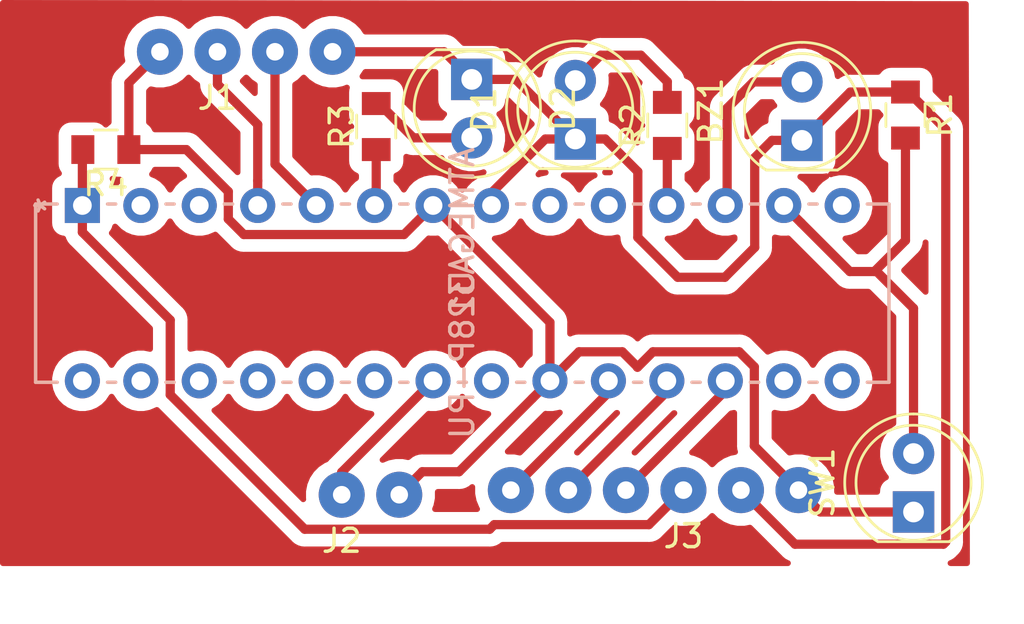
<source format=kicad_pcb>
(kicad_pcb (version 20171130) (host pcbnew 5.1.2-f72e74a~84~ubuntu18.04.1)

  (general
    (thickness 1.6)
    (drawings 0)
    (tracks 97)
    (zones 0)
    (modules 12)
    (nets 29)
  )

  (page A4)
  (layers
    (0 F.Cu signal)
    (31 B.Cu signal)
    (32 B.Adhes user)
    (33 F.Adhes user)
    (34 B.Paste user)
    (35 F.Paste user)
    (36 B.SilkS user)
    (37 F.SilkS user)
    (38 B.Mask user)
    (39 F.Mask user)
    (40 Dwgs.User user)
    (41 Cmts.User user)
    (42 Eco1.User user)
    (43 Eco2.User user)
    (44 Edge.Cuts user)
    (45 Margin user)
    (46 B.CrtYd user)
    (47 F.CrtYd user)
    (48 B.Fab user)
    (49 F.Fab user)
  )

  (setup
    (last_trace_width 0.4)
    (trace_clearance 0.3)
    (zone_clearance 0.55)
    (zone_45_only no)
    (trace_min 0.2)
    (via_size 0.8)
    (via_drill 0.4)
    (via_min_size 0.4)
    (via_min_drill 0.3)
    (uvia_size 0.3)
    (uvia_drill 0.1)
    (uvias_allowed no)
    (uvia_min_size 0.2)
    (uvia_min_drill 0.1)
    (edge_width 0.05)
    (segment_width 0.2)
    (pcb_text_width 0.3)
    (pcb_text_size 1.5 1.5)
    (mod_edge_width 0.12)
    (mod_text_size 1 1)
    (mod_text_width 0.15)
    (pad_size 1.8 1.8)
    (pad_drill 0.9)
    (pad_to_mask_clearance 0.051)
    (solder_mask_min_width 0.25)
    (aux_axis_origin 0 0)
    (visible_elements FFFFFF7F)
    (pcbplotparams
      (layerselection 0x00000_7fffffff)
      (usegerberextensions false)
      (usegerberattributes false)
      (usegerberadvancedattributes false)
      (creategerberjobfile false)
      (excludeedgelayer true)
      (linewidth 0.100000)
      (plotframeref false)
      (viasonmask false)
      (mode 1)
      (useauxorigin false)
      (hpglpennumber 1)
      (hpglpenspeed 20)
      (hpglpendiameter 15.000000)
      (psnegative false)
      (psa4output false)
      (plotreference false)
      (plotvalue false)
      (plotinvisibletext false)
      (padsonsilk false)
      (subtractmaskfromsilk false)
      (outputformat 5)
      (mirror true)
      (drillshape 0)
      (scaleselection 1)
      (outputdirectory ""))
  )

  (net 0 "")
  (net 1 "Net-(BZ1-Pad2)")
  (net 2 "Net-(BZ1-Pad1)")
  (net 3 "Net-(D1-Pad2)")
  (net 4 "Net-(D2-Pad2)")
  (net 5 "Net-(J1-Pad2)")
  (net 6 "Net-(J3-Pad3)")
  (net 7 "Net-(J3-Pad4)")
  (net 8 "Net-(J3-Pad5)")
  (net 9 "Net-(J3-Pad6)")
  (net 10 "Net-(R1-Pad2)")
  (net 11 "Net-(R2-Pad1)")
  (net 12 "Net-(R3-Pad1)")
  (net 13 "Net-(U1-Pad2)")
  (net 14 "Net-(U1-Pad3)")
  (net 15 "Net-(U1-Pad9)")
  (net 16 "Net-(U1-Pad10)")
  (net 17 "Net-(U1-Pad14)")
  (net 18 "Net-(U1-Pad15)")
  (net 19 "Net-(U1-Pad16)")
  (net 20 "Net-(U1-Pad21)")
  (net 21 "Net-(U1-Pad23)")
  (net 22 "Net-(U1-Pad24)")
  (net 23 "Net-(U1-Pad25)")
  (net 24 "Net-(U1-Pad26)")
  (net 25 "Net-(U1-Pad27)")
  (net 26 "Net-(U1-Pad28)")
  (net 27 "Net-(J1-Pad4)")
  (net 28 "Net-(J1-Pad3)")

  (net_class Default "This is the default net class."
    (clearance 0.3)
    (trace_width 0.4)
    (via_dia 0.8)
    (via_drill 0.4)
    (uvia_dia 0.3)
    (uvia_drill 0.1)
    (add_net "Net-(BZ1-Pad1)")
    (add_net "Net-(BZ1-Pad2)")
    (add_net "Net-(D1-Pad2)")
    (add_net "Net-(D2-Pad2)")
    (add_net "Net-(J1-Pad2)")
    (add_net "Net-(J1-Pad3)")
    (add_net "Net-(J1-Pad4)")
    (add_net "Net-(J3-Pad3)")
    (add_net "Net-(J3-Pad4)")
    (add_net "Net-(J3-Pad5)")
    (add_net "Net-(J3-Pad6)")
    (add_net "Net-(R1-Pad2)")
    (add_net "Net-(R2-Pad1)")
    (add_net "Net-(R3-Pad1)")
    (add_net "Net-(U1-Pad10)")
    (add_net "Net-(U1-Pad14)")
    (add_net "Net-(U1-Pad15)")
    (add_net "Net-(U1-Pad16)")
    (add_net "Net-(U1-Pad2)")
    (add_net "Net-(U1-Pad21)")
    (add_net "Net-(U1-Pad23)")
    (add_net "Net-(U1-Pad24)")
    (add_net "Net-(U1-Pad25)")
    (add_net "Net-(U1-Pad26)")
    (add_net "Net-(U1-Pad27)")
    (add_net "Net-(U1-Pad28)")
    (add_net "Net-(U1-Pad3)")
    (add_net "Net-(U1-Pad9)")
  )

  (module LEDs:LED_D5.0mm (layer F.Cu) (tedit 5CB2A555) (tstamp 5CB217F7)
    (at 108.25 70.9 90)
    (descr "LED, diameter 5.0mm, 2 pins, http://cdn-reichelt.de/documents/datenblatt/A500/LL-504BC2E-009.pdf")
    (tags "LED diameter 5.0mm 2 pins")
    (path /5CC1B37E)
    (fp_text reference BZ1 (at 1.27 -3.96 90) (layer F.SilkS)
      (effects (font (size 1 1) (thickness 0.15)))
    )
    (fp_text value Buzzer (at 1.27 3.96 90) (layer F.Fab)
      (effects (font (size 1 1) (thickness 0.15)))
    )
    (fp_text user %R (at 1.25 0 90) (layer F.Fab)
      (effects (font (size 0.8 0.8) (thickness 0.2)))
    )
    (fp_line (start 4.5 -3.25) (end -1.95 -3.25) (layer F.CrtYd) (width 0.05))
    (fp_line (start 4.5 3.25) (end 4.5 -3.25) (layer F.CrtYd) (width 0.05))
    (fp_line (start -1.95 3.25) (end 4.5 3.25) (layer F.CrtYd) (width 0.05))
    (fp_line (start -1.95 -3.25) (end -1.95 3.25) (layer F.CrtYd) (width 0.05))
    (fp_line (start -1.29 -1.545) (end -1.29 1.545) (layer F.SilkS) (width 0.12))
    (fp_line (start -1.23 -1.469694) (end -1.23 1.469694) (layer F.Fab) (width 0.1))
    (fp_circle (center 1.27 0) (end 3.77 0) (layer F.SilkS) (width 0.12))
    (fp_circle (center 1.27 0) (end 3.77 0) (layer F.Fab) (width 0.1))
    (fp_arc (start 1.27 0) (end -1.29 1.54483) (angle -148.9) (layer F.SilkS) (width 0.12))
    (fp_arc (start 1.27 0) (end -1.29 -1.54483) (angle 148.9) (layer F.SilkS) (width 0.12))
    (fp_arc (start 1.27 0) (end -1.23 -1.469694) (angle 299.1) (layer F.Fab) (width 0.1))
    (pad 2 thru_hole circle (at 2.54 0 90) (size 1.8 1.8) (drill 0.9) (layers *.Mask F.Cu)
      (net 1 "Net-(BZ1-Pad2)"))
    (pad 1 thru_hole rect (at 0 0 90) (size 1.8 1.8) (drill 0.9) (layers *.Mask F.Cu)
      (net 2 "Net-(BZ1-Pad1)"))
    (model ${KISYS3DMOD}/LEDs.3dshapes/LED_D5.0mm.wrl
      (at (xyz 0 0 0))
      (scale (xyz 0.393701 0.393701 0.393701))
      (rotate (xyz 0 0 0))
    )
  )

  (module LEDs:LED_D5.0mm (layer F.Cu) (tedit 5CB2A604) (tstamp 5CB21809)
    (at 98.4 70.84 90)
    (descr "LED, diameter 5.0mm, 2 pins, http://cdn-reichelt.de/documents/datenblatt/A500/LL-504BC2E-009.pdf")
    (tags "LED diameter 5.0mm 2 pins")
    (path /5CC178BF)
    (fp_text reference D1 (at 1.27 -3.96 90) (layer F.SilkS)
      (effects (font (size 1 1) (thickness 0.15)))
    )
    (fp_text value LED (at 1.27 3.96 90) (layer F.Fab)
      (effects (font (size 1 1) (thickness 0.15)))
    )
    (fp_text user %R (at 1.25 0 90) (layer F.Fab)
      (effects (font (size 0.8 0.8) (thickness 0.2)))
    )
    (fp_line (start 4.5 -3.25) (end -1.95 -3.25) (layer F.CrtYd) (width 0.05))
    (fp_line (start 4.5 3.25) (end 4.5 -3.25) (layer F.CrtYd) (width 0.05))
    (fp_line (start -1.95 3.25) (end 4.5 3.25) (layer F.CrtYd) (width 0.05))
    (fp_line (start -1.95 -3.25) (end -1.95 3.25) (layer F.CrtYd) (width 0.05))
    (fp_line (start -1.29 -1.545) (end -1.29 1.545) (layer F.SilkS) (width 0.12))
    (fp_line (start -1.23 -1.469694) (end -1.23 1.469694) (layer F.Fab) (width 0.1))
    (fp_circle (center 1.27 0) (end 3.77 0) (layer F.SilkS) (width 0.12))
    (fp_circle (center 1.27 0) (end 3.77 0) (layer F.Fab) (width 0.1))
    (fp_arc (start 1.27 0) (end -1.29 1.54483) (angle -148.9) (layer F.SilkS) (width 0.12))
    (fp_arc (start 1.27 0) (end -1.29 -1.54483) (angle 148.9) (layer F.SilkS) (width 0.12))
    (fp_arc (start 1.27 0) (end -1.23 -1.469694) (angle 299.1) (layer F.Fab) (width 0.1))
    (pad 2 thru_hole circle (at 2.54 0 90) (size 1.8 1.8) (drill 0.9) (layers F.Cu)
      (net 3 "Net-(D1-Pad2)"))
    (pad 1 thru_hole rect (at 0 0 90) (size 1.8 1.8) (drill 0.9) (layers *.Mask F.Cu)
      (net 2 "Net-(BZ1-Pad1)"))
    (model ${KISYS3DMOD}/LEDs.3dshapes/LED_D5.0mm.wrl
      (at (xyz 0 0 0))
      (scale (xyz 0.393701 0.393701 0.393701))
      (rotate (xyz 0 0 0))
    )
  )

  (module LEDs:LED_D5.0mm (layer F.Cu) (tedit 5CB2A53F) (tstamp 5CB2181B)
    (at 93.9 68.25 270)
    (descr "LED, diameter 5.0mm, 2 pins, http://cdn-reichelt.de/documents/datenblatt/A500/LL-504BC2E-009.pdf")
    (tags "LED diameter 5.0mm 2 pins")
    (path /5CBE7FCD)
    (fp_text reference D2 (at 1.27 -3.96 270) (layer F.SilkS)
      (effects (font (size 1 1) (thickness 0.15)))
    )
    (fp_text value LED (at 1.27 3.96 270) (layer F.Fab)
      (effects (font (size 1 1) (thickness 0.15)))
    )
    (fp_arc (start 1.27 0) (end -1.23 -1.469694) (angle 299.1) (layer F.Fab) (width 0.1))
    (fp_arc (start 1.27 0) (end -1.29 -1.54483) (angle 148.9) (layer F.SilkS) (width 0.12))
    (fp_arc (start 1.27 0) (end -1.29 1.54483) (angle -148.9) (layer F.SilkS) (width 0.12))
    (fp_circle (center 1.27 0) (end 3.77 0) (layer F.Fab) (width 0.1))
    (fp_circle (center 1.27 0) (end 3.77 0) (layer F.SilkS) (width 0.12))
    (fp_line (start -1.23 -1.469694) (end -1.23 1.469694) (layer F.Fab) (width 0.1))
    (fp_line (start -1.29 -1.545) (end -1.29 1.545) (layer F.SilkS) (width 0.12))
    (fp_line (start -1.95 -3.25) (end -1.95 3.25) (layer F.CrtYd) (width 0.05))
    (fp_line (start -1.95 3.25) (end 4.5 3.25) (layer F.CrtYd) (width 0.05))
    (fp_line (start 4.5 3.25) (end 4.5 -3.25) (layer F.CrtYd) (width 0.05))
    (fp_line (start 4.5 -3.25) (end -1.95 -3.25) (layer F.CrtYd) (width 0.05))
    (fp_text user %R (at 1.25 0 270) (layer F.Fab)
      (effects (font (size 0.8 0.8) (thickness 0.2)))
    )
    (pad 1 thru_hole rect (at 0 0 270) (size 1.8 1.8) (drill 0.9) (layers *.Cu *.Mask)
      (net 2 "Net-(BZ1-Pad1)"))
    (pad 2 thru_hole circle (at 2.54 0 270) (size 1.8 1.8) (drill 0.9) (layers *.Mask F.Cu)
      (net 4 "Net-(D2-Pad2)"))
    (model ${KISYS3DMOD}/LEDs.3dshapes/LED_D5.0mm.wrl
      (at (xyz 0 0 0))
      (scale (xyz 0.393701 0.393701 0.393701))
      (rotate (xyz 0 0 0))
    )
  )

  (module millk:Connector4 (layer F.Cu) (tedit 5CB1B2D6) (tstamp 5CB21823)
    (at 82.85 69.55 180)
    (path /5CBEA008)
    (fp_text reference J1 (at 0 0.5 180) (layer F.SilkS)
      (effects (font (size 1 1) (thickness 0.15)))
    )
    (fp_text value Conn_01x04 (at 0 -0.5 180) (layer F.Fab)
      (effects (font (size 1 1) (thickness 0.15)))
    )
    (pad 1 thru_hole circle (at -5 2.5 180) (size 2 2) (drill 0.762) (layers *.Cu *.Mask)
      (net 2 "Net-(BZ1-Pad1)"))
    (pad 2 thru_hole circle (at -2.5 2.5 180) (size 2 2) (drill 0.762) (layers *.Cu *.Mask)
      (net 5 "Net-(J1-Pad2)"))
    (pad 3 thru_hole circle (at 0 2.5 180) (size 2 2) (drill 0.762) (layers *.Cu *.Mask)
      (net 28 "Net-(J1-Pad3)"))
    (pad 4 thru_hole circle (at 2.5 2.5 180) (size 2 2) (drill 0.762) (layers *.Cu *.Mask)
      (net 27 "Net-(J1-Pad4)"))
  )

  (module millk:Conn2 (layer F.Cu) (tedit 5CB1B342) (tstamp 5CB21829)
    (at 88.25 88.8 180)
    (path /5CBEA4C3)
    (fp_text reference J2 (at 0 0.5 180) (layer F.SilkS)
      (effects (font (size 1 1) (thickness 0.15)))
    )
    (fp_text value Conn_01x02 (at 0 -0.5 180) (layer F.Fab)
      (effects (font (size 1 1) (thickness 0.15)))
    )
    (pad 1 thru_hole circle (at -2.5 2.5 180) (size 2 2) (drill 0.762) (layers *.Cu *.Mask)
      (net 27 "Net-(J1-Pad4)"))
    (pad 2 thru_hole circle (at 0 2.5 180) (size 2 2) (drill 0.762) (layers *.Cu *.Mask)
      (net 2 "Net-(BZ1-Pad1)"))
  )

  (module millk:conn6 (layer F.Cu) (tedit 5CB1B36A) (tstamp 5CB21833)
    (at 103.1 88.6 180)
    (path /5CBEAC58)
    (fp_text reference J3 (at 0 0.5 180) (layer F.SilkS)
      (effects (font (size 1 1) (thickness 0.15)))
    )
    (fp_text value Conn_01x06 (at 0 -0.5 180) (layer F.Fab)
      (effects (font (size 1 1) (thickness 0.15)))
    )
    (pad 1 thru_hole circle (at -5 2.5 180) (size 2 2) (drill 0.762) (layers *.Cu *.Mask)
      (net 27 "Net-(J1-Pad4)"))
    (pad 2 thru_hole circle (at -2.5 2.5 180) (size 2 2) (drill 0.762) (layers *.Cu *.Mask)
      (net 2 "Net-(BZ1-Pad1)"))
    (pad 3 thru_hole circle (at 0 2.5 180) (size 2 2) (drill 0.762) (layers *.Cu *.Mask)
      (net 6 "Net-(J3-Pad3)"))
    (pad 4 thru_hole circle (at 2.5 2.5 180) (size 2 2) (drill 0.762) (layers *.Cu *.Mask)
      (net 7 "Net-(J3-Pad4)"))
    (pad 5 thru_hole circle (at 5 2.5 180) (size 2 2) (drill 0.762) (layers *.Cu *.Mask)
      (net 8 "Net-(J3-Pad5)"))
    (pad 6 thru_hole circle (at 7.5 2.5 180) (size 2 2) (drill 0.762) (layers *.Cu *.Mask)
      (net 9 "Net-(J3-Pad6)"))
  )

  (module Capacitors_SMD:C_0805 (layer F.Cu) (tedit 58AA8463) (tstamp 5CB21844)
    (at 112.75 69.8 270)
    (descr "Capacitor SMD 0805, reflow soldering, AVX (see smccp.pdf)")
    (tags "capacitor 0805")
    (path /5CC84511)
    (attr smd)
    (fp_text reference R1 (at 0 -1.5 270) (layer F.SilkS)
      (effects (font (size 1 1) (thickness 0.15)))
    )
    (fp_text value R (at 0 1.75 270) (layer F.Fab)
      (effects (font (size 1 1) (thickness 0.15)))
    )
    (fp_line (start 1.75 0.87) (end -1.75 0.87) (layer F.CrtYd) (width 0.05))
    (fp_line (start 1.75 0.87) (end 1.75 -0.88) (layer F.CrtYd) (width 0.05))
    (fp_line (start -1.75 -0.88) (end -1.75 0.87) (layer F.CrtYd) (width 0.05))
    (fp_line (start -1.75 -0.88) (end 1.75 -0.88) (layer F.CrtYd) (width 0.05))
    (fp_line (start -0.5 0.85) (end 0.5 0.85) (layer F.SilkS) (width 0.12))
    (fp_line (start 0.5 -0.85) (end -0.5 -0.85) (layer F.SilkS) (width 0.12))
    (fp_line (start -1 -0.62) (end 1 -0.62) (layer F.Fab) (width 0.1))
    (fp_line (start 1 -0.62) (end 1 0.62) (layer F.Fab) (width 0.1))
    (fp_line (start 1 0.62) (end -1 0.62) (layer F.Fab) (width 0.1))
    (fp_line (start -1 0.62) (end -1 -0.62) (layer F.Fab) (width 0.1))
    (fp_text user %R (at 0 -1.5 270) (layer F.Fab)
      (effects (font (size 1 1) (thickness 0.15)))
    )
    (pad 2 smd rect (at 1 0 270) (size 1 1.25) (layers F.Cu F.Paste F.Mask)
      (net 10 "Net-(R1-Pad2)"))
    (pad 1 smd rect (at -1 0 270) (size 1 1.25) (layers F.Cu F.Paste F.Mask)
      (net 2 "Net-(BZ1-Pad1)"))
    (model Capacitors_SMD.3dshapes/C_0805.wrl
      (at (xyz 0 0 0))
      (scale (xyz 1 1 1))
      (rotate (xyz 0 0 0))
    )
  )

  (module Capacitors_SMD:C_0805 (layer F.Cu) (tedit 58AA8463) (tstamp 5CB21855)
    (at 102.4 70.25 90)
    (descr "Capacitor SMD 0805, reflow soldering, AVX (see smccp.pdf)")
    (tags "capacitor 0805")
    (path /5CC178B3)
    (attr smd)
    (fp_text reference R2 (at 0 -1.5 90) (layer F.SilkS)
      (effects (font (size 1 1) (thickness 0.15)))
    )
    (fp_text value R (at 0 1.75 90) (layer F.Fab)
      (effects (font (size 1 1) (thickness 0.15)))
    )
    (fp_text user %R (at 0 -1.5 90) (layer F.Fab)
      (effects (font (size 1 1) (thickness 0.15)))
    )
    (fp_line (start -1 0.62) (end -1 -0.62) (layer F.Fab) (width 0.1))
    (fp_line (start 1 0.62) (end -1 0.62) (layer F.Fab) (width 0.1))
    (fp_line (start 1 -0.62) (end 1 0.62) (layer F.Fab) (width 0.1))
    (fp_line (start -1 -0.62) (end 1 -0.62) (layer F.Fab) (width 0.1))
    (fp_line (start 0.5 -0.85) (end -0.5 -0.85) (layer F.SilkS) (width 0.12))
    (fp_line (start -0.5 0.85) (end 0.5 0.85) (layer F.SilkS) (width 0.12))
    (fp_line (start -1.75 -0.88) (end 1.75 -0.88) (layer F.CrtYd) (width 0.05))
    (fp_line (start -1.75 -0.88) (end -1.75 0.87) (layer F.CrtYd) (width 0.05))
    (fp_line (start 1.75 0.87) (end 1.75 -0.88) (layer F.CrtYd) (width 0.05))
    (fp_line (start 1.75 0.87) (end -1.75 0.87) (layer F.CrtYd) (width 0.05))
    (pad 1 smd rect (at -1 0 90) (size 1 1.25) (layers F.Cu F.Paste F.Mask)
      (net 11 "Net-(R2-Pad1)"))
    (pad 2 smd rect (at 1 0 90) (size 1 1.25) (layers F.Cu F.Paste F.Mask)
      (net 3 "Net-(D1-Pad2)"))
    (model Capacitors_SMD.3dshapes/C_0805.wrl
      (at (xyz 0 0 0))
      (scale (xyz 1 1 1))
      (rotate (xyz 0 0 0))
    )
  )

  (module Capacitors_SMD:C_0805 (layer F.Cu) (tedit 58AA8463) (tstamp 5CB21866)
    (at 89.75 70.3 90)
    (descr "Capacitor SMD 0805, reflow soldering, AVX (see smccp.pdf)")
    (tags "capacitor 0805")
    (path /5CBE70C3)
    (attr smd)
    (fp_text reference R3 (at 0 -1.5 90) (layer F.SilkS)
      (effects (font (size 1 1) (thickness 0.15)))
    )
    (fp_text value R (at 0 1.75 90) (layer F.Fab)
      (effects (font (size 1 1) (thickness 0.15)))
    )
    (fp_text user %R (at 0 -1.5 90) (layer F.Fab)
      (effects (font (size 1 1) (thickness 0.15)))
    )
    (fp_line (start -1 0.62) (end -1 -0.62) (layer F.Fab) (width 0.1))
    (fp_line (start 1 0.62) (end -1 0.62) (layer F.Fab) (width 0.1))
    (fp_line (start 1 -0.62) (end 1 0.62) (layer F.Fab) (width 0.1))
    (fp_line (start -1 -0.62) (end 1 -0.62) (layer F.Fab) (width 0.1))
    (fp_line (start 0.5 -0.85) (end -0.5 -0.85) (layer F.SilkS) (width 0.12))
    (fp_line (start -0.5 0.85) (end 0.5 0.85) (layer F.SilkS) (width 0.12))
    (fp_line (start -1.75 -0.88) (end 1.75 -0.88) (layer F.CrtYd) (width 0.05))
    (fp_line (start -1.75 -0.88) (end -1.75 0.87) (layer F.CrtYd) (width 0.05))
    (fp_line (start 1.75 0.87) (end 1.75 -0.88) (layer F.CrtYd) (width 0.05))
    (fp_line (start 1.75 0.87) (end -1.75 0.87) (layer F.CrtYd) (width 0.05))
    (pad 1 smd rect (at -1 0 90) (size 1 1.25) (layers F.Cu F.Paste F.Mask)
      (net 12 "Net-(R3-Pad1)"))
    (pad 2 smd rect (at 1 0 90) (size 1 1.25) (layers F.Cu F.Paste F.Mask)
      (net 4 "Net-(D2-Pad2)"))
    (model Capacitors_SMD.3dshapes/C_0805.wrl
      (at (xyz 0 0 0))
      (scale (xyz 1 1 1))
      (rotate (xyz 0 0 0))
    )
  )

  (module Capacitors_SMD:C_0805 (layer F.Cu) (tedit 58AA8463) (tstamp 5CB21877)
    (at 78 71.3 180)
    (descr "Capacitor SMD 0805, reflow soldering, AVX (see smccp.pdf)")
    (tags "capacitor 0805")
    (path /5CBE791B)
    (attr smd)
    (fp_text reference R4 (at 0 -1.5 180) (layer F.SilkS)
      (effects (font (size 1 1) (thickness 0.15)))
    )
    (fp_text value R (at 0 1.75 180) (layer F.Fab)
      (effects (font (size 1 1) (thickness 0.15)))
    )
    (fp_line (start 1.75 0.87) (end -1.75 0.87) (layer F.CrtYd) (width 0.05))
    (fp_line (start 1.75 0.87) (end 1.75 -0.88) (layer F.CrtYd) (width 0.05))
    (fp_line (start -1.75 -0.88) (end -1.75 0.87) (layer F.CrtYd) (width 0.05))
    (fp_line (start -1.75 -0.88) (end 1.75 -0.88) (layer F.CrtYd) (width 0.05))
    (fp_line (start -0.5 0.85) (end 0.5 0.85) (layer F.SilkS) (width 0.12))
    (fp_line (start 0.5 -0.85) (end -0.5 -0.85) (layer F.SilkS) (width 0.12))
    (fp_line (start -1 -0.62) (end 1 -0.62) (layer F.Fab) (width 0.1))
    (fp_line (start 1 -0.62) (end 1 0.62) (layer F.Fab) (width 0.1))
    (fp_line (start 1 0.62) (end -1 0.62) (layer F.Fab) (width 0.1))
    (fp_line (start -1 0.62) (end -1 -0.62) (layer F.Fab) (width 0.1))
    (fp_text user %R (at 0 -1.5 180) (layer F.Fab)
      (effects (font (size 1 1) (thickness 0.15)))
    )
    (pad 2 smd rect (at 1 0 180) (size 1 1.25) (layers F.Cu F.Paste F.Mask)
      (net 6 "Net-(J3-Pad3)"))
    (pad 1 smd rect (at -1 0 180) (size 1 1.25) (layers F.Cu F.Paste F.Mask)
      (net 27 "Net-(J1-Pad4)"))
    (model Capacitors_SMD.3dshapes/C_0805.wrl
      (at (xyz 0 0 0))
      (scale (xyz 1 1 1))
      (rotate (xyz 0 0 0))
    )
  )

  (module LEDs:LED_D5.0mm (layer F.Cu) (tedit 5CB2A582) (tstamp 5CB2189A)
    (at 113.1 87.05 90)
    (descr "LED, diameter 5.0mm, 2 pins, http://cdn-reichelt.de/documents/datenblatt/A500/LL-504BC2E-009.pdf")
    (tags "LED diameter 5.0mm 2 pins")
    (path /5CC1DD2D)
    (fp_text reference SW1 (at 1.27 -3.96 90) (layer F.SilkS)
      (effects (font (size 1 1) (thickness 0.15)))
    )
    (fp_text value Switch_SW_Push (at 1.27 3.96 90) (layer F.Fab)
      (effects (font (size 1 1) (thickness 0.15)))
    )
    (fp_arc (start 1.27 0) (end -1.23 -1.469694) (angle 299.1) (layer F.Fab) (width 0.1))
    (fp_arc (start 1.27 0) (end -1.29 -1.54483) (angle 148.9) (layer F.SilkS) (width 0.12))
    (fp_arc (start 1.27 0) (end -1.29 1.54483) (angle -148.9) (layer F.SilkS) (width 0.12))
    (fp_circle (center 1.27 0) (end 3.77 0) (layer F.Fab) (width 0.1))
    (fp_circle (center 1.27 0) (end 3.77 0) (layer F.SilkS) (width 0.12))
    (fp_line (start -1.23 -1.469694) (end -1.23 1.469694) (layer F.Fab) (width 0.1))
    (fp_line (start -1.29 -1.545) (end -1.29 1.545) (layer F.SilkS) (width 0.12))
    (fp_line (start -1.95 -3.25) (end -1.95 3.25) (layer F.CrtYd) (width 0.05))
    (fp_line (start -1.95 3.25) (end 4.5 3.25) (layer F.CrtYd) (width 0.05))
    (fp_line (start 4.5 3.25) (end 4.5 -3.25) (layer F.CrtYd) (width 0.05))
    (fp_line (start 4.5 -3.25) (end -1.95 -3.25) (layer F.CrtYd) (width 0.05))
    (fp_text user %R (at 1.25 0 90) (layer F.Fab)
      (effects (font (size 0.8 0.8) (thickness 0.2)))
    )
    (pad 1 thru_hole rect (at 0 0 90) (size 1.8 1.8) (drill 0.9) (layers *.Cu *.Mask)
      (net 27 "Net-(J1-Pad4)"))
    (pad 2 thru_hole circle (at 2.54 0 90) (size 1.8 1.8) (drill 0.9) (layers *.Mask F.Cu)
      (net 10 "Net-(R1-Pad2)"))
    (model ${KISYS3DMOD}/LEDs.3dshapes/LED_D5.0mm.wrl
      (at (xyz 0 0 0))
      (scale (xyz 0.393701 0.393701 0.393701))
      (rotate (xyz 0 0 0))
    )
  )

  (module footprints:ATMEGA328P-PU (layer B.Cu) (tedit 0) (tstamp 5CB2195E)
    (at 110 81.35 270)
    (path /5CBE697D)
    (fp_text reference U1 (at -3.81 16.51 270) (layer B.SilkS)
      (effects (font (size 1 1) (thickness 0.15)) (justify mirror))
    )
    (fp_text value ATMEGA328P-PU (at -3.81 16.51 270) (layer B.SilkS)
      (effects (font (size 1 1) (thickness 0.15)) (justify mirror))
    )
    (fp_text user "Copyright 2016 Accelerated Designs. All rights reserved." (at 0 0 270) (layer Cmts.User)
      (effects (font (size 0.127 0.127) (thickness 0.002)))
    )
    (fp_text user * (at -7.62 34.544 270) (layer B.SilkS)
      (effects (font (size 1 1) (thickness 0.15)) (justify mirror))
    )
    (fp_text user * (at -7.3025 33.02 270) (layer B.Fab)
      (effects (font (size 1 1) (thickness 0.15)) (justify mirror))
    )
    (fp_line (start -7.5565 32.6136) (end -7.5565 33.4264) (layer B.Fab) (width 0.1524))
    (fp_line (start -7.5565 33.4264) (end -8.0264 33.4264) (layer B.Fab) (width 0.1524))
    (fp_line (start -8.0264 33.4264) (end -8.0264 32.6136) (layer B.Fab) (width 0.1524))
    (fp_line (start -8.0264 32.6136) (end -7.5565 32.6136) (layer B.Fab) (width 0.1524))
    (fp_line (start -7.5565 30.0736) (end -7.5565 30.8864) (layer B.Fab) (width 0.1524))
    (fp_line (start -7.5565 30.8864) (end -8.0264 30.8864) (layer B.Fab) (width 0.1524))
    (fp_line (start -8.0264 30.8864) (end -8.0264 30.0736) (layer B.Fab) (width 0.1524))
    (fp_line (start -8.0264 30.0736) (end -7.5565 30.0736) (layer B.Fab) (width 0.1524))
    (fp_line (start -7.5565 27.5336) (end -7.5565 28.3464) (layer B.Fab) (width 0.1524))
    (fp_line (start -7.5565 28.3464) (end -8.0264 28.3464) (layer B.Fab) (width 0.1524))
    (fp_line (start -8.0264 28.3464) (end -8.0264 27.5336) (layer B.Fab) (width 0.1524))
    (fp_line (start -8.0264 27.5336) (end -7.5565 27.5336) (layer B.Fab) (width 0.1524))
    (fp_line (start -7.5565 24.9936) (end -7.5565 25.8064) (layer B.Fab) (width 0.1524))
    (fp_line (start -7.5565 25.8064) (end -8.0264 25.8064) (layer B.Fab) (width 0.1524))
    (fp_line (start -8.0264 25.8064) (end -8.0264 24.9936) (layer B.Fab) (width 0.1524))
    (fp_line (start -8.0264 24.9936) (end -7.5565 24.9936) (layer B.Fab) (width 0.1524))
    (fp_line (start -7.5565 22.4536) (end -7.5565 23.2664) (layer B.Fab) (width 0.1524))
    (fp_line (start -7.5565 23.2664) (end -8.0264 23.2664) (layer B.Fab) (width 0.1524))
    (fp_line (start -8.0264 23.2664) (end -8.0264 22.4536) (layer B.Fab) (width 0.1524))
    (fp_line (start -8.0264 22.4536) (end -7.5565 22.4536) (layer B.Fab) (width 0.1524))
    (fp_line (start -7.5565 19.9136) (end -7.5565 20.7264) (layer B.Fab) (width 0.1524))
    (fp_line (start -7.5565 20.7264) (end -8.0264 20.7264) (layer B.Fab) (width 0.1524))
    (fp_line (start -8.0264 20.7264) (end -8.0264 19.9136) (layer B.Fab) (width 0.1524))
    (fp_line (start -8.0264 19.9136) (end -7.5565 19.9136) (layer B.Fab) (width 0.1524))
    (fp_line (start -7.5565 17.3736) (end -7.5565 18.1864) (layer B.Fab) (width 0.1524))
    (fp_line (start -7.5565 18.1864) (end -8.0264 18.1864) (layer B.Fab) (width 0.1524))
    (fp_line (start -8.0264 18.1864) (end -8.0264 17.3736) (layer B.Fab) (width 0.1524))
    (fp_line (start -8.0264 17.3736) (end -7.5565 17.3736) (layer B.Fab) (width 0.1524))
    (fp_line (start -7.5565 14.8336) (end -7.5565 15.6464) (layer B.Fab) (width 0.1524))
    (fp_line (start -7.5565 15.6464) (end -8.0264 15.6464) (layer B.Fab) (width 0.1524))
    (fp_line (start -8.0264 15.6464) (end -8.0264 14.8336) (layer B.Fab) (width 0.1524))
    (fp_line (start -8.0264 14.8336) (end -7.5565 14.8336) (layer B.Fab) (width 0.1524))
    (fp_line (start -7.5565 12.2936) (end -7.5565 13.1064) (layer B.Fab) (width 0.1524))
    (fp_line (start -7.5565 13.1064) (end -8.0264 13.1064) (layer B.Fab) (width 0.1524))
    (fp_line (start -8.0264 13.1064) (end -8.0264 12.2936) (layer B.Fab) (width 0.1524))
    (fp_line (start -8.0264 12.2936) (end -7.5565 12.2936) (layer B.Fab) (width 0.1524))
    (fp_line (start -7.5565 9.7536) (end -7.5565 10.5664) (layer B.Fab) (width 0.1524))
    (fp_line (start -7.5565 10.5664) (end -8.0264 10.5664) (layer B.Fab) (width 0.1524))
    (fp_line (start -8.0264 10.5664) (end -8.0264 9.7536) (layer B.Fab) (width 0.1524))
    (fp_line (start -8.0264 9.7536) (end -7.5565 9.7536) (layer B.Fab) (width 0.1524))
    (fp_line (start -7.5565 7.2136) (end -7.5565 8.0264) (layer B.Fab) (width 0.1524))
    (fp_line (start -7.5565 8.0264) (end -8.0264 8.0264) (layer B.Fab) (width 0.1524))
    (fp_line (start -8.0264 8.0264) (end -8.0264 7.2136) (layer B.Fab) (width 0.1524))
    (fp_line (start -8.0264 7.2136) (end -7.5565 7.2136) (layer B.Fab) (width 0.1524))
    (fp_line (start -7.5565 4.6736) (end -7.5565 5.4864) (layer B.Fab) (width 0.1524))
    (fp_line (start -7.5565 5.4864) (end -8.0264 5.4864) (layer B.Fab) (width 0.1524))
    (fp_line (start -8.0264 5.4864) (end -8.0264 4.6736) (layer B.Fab) (width 0.1524))
    (fp_line (start -8.0264 4.6736) (end -7.5565 4.6736) (layer B.Fab) (width 0.1524))
    (fp_line (start -7.5565 2.1336) (end -7.5565 2.9464) (layer B.Fab) (width 0.1524))
    (fp_line (start -7.5565 2.9464) (end -8.0264 2.9464) (layer B.Fab) (width 0.1524))
    (fp_line (start -8.0264 2.9464) (end -8.0264 2.1336) (layer B.Fab) (width 0.1524))
    (fp_line (start -8.0264 2.1336) (end -7.5565 2.1336) (layer B.Fab) (width 0.1524))
    (fp_line (start -7.5565 -0.4064) (end -7.5565 0.4064) (layer B.Fab) (width 0.1524))
    (fp_line (start -7.5565 0.4064) (end -8.0264 0.4064) (layer B.Fab) (width 0.1524))
    (fp_line (start -8.0264 0.4064) (end -8.0264 -0.4064) (layer B.Fab) (width 0.1524))
    (fp_line (start -8.0264 -0.4064) (end -7.5565 -0.4064) (layer B.Fab) (width 0.1524))
    (fp_line (start -0.0635 0.4064) (end -0.0635 -0.4064) (layer B.Fab) (width 0.1524))
    (fp_line (start -0.0635 -0.4064) (end 0.4064 -0.4064) (layer B.Fab) (width 0.1524))
    (fp_line (start 0.4064 -0.4064) (end 0.4064 0.4064) (layer B.Fab) (width 0.1524))
    (fp_line (start 0.4064 0.4064) (end -0.0635 0.4064) (layer B.Fab) (width 0.1524))
    (fp_line (start -0.0635 2.9464) (end -0.0635 2.1336) (layer B.Fab) (width 0.1524))
    (fp_line (start -0.0635 2.1336) (end 0.4064 2.1336) (layer B.Fab) (width 0.1524))
    (fp_line (start 0.4064 2.1336) (end 0.4064 2.9464) (layer B.Fab) (width 0.1524))
    (fp_line (start 0.4064 2.9464) (end -0.0635 2.9464) (layer B.Fab) (width 0.1524))
    (fp_line (start -0.0635 5.4864) (end -0.0635 4.6736) (layer B.Fab) (width 0.1524))
    (fp_line (start -0.0635 4.6736) (end 0.4064 4.6736) (layer B.Fab) (width 0.1524))
    (fp_line (start 0.4064 4.6736) (end 0.4064 5.4864) (layer B.Fab) (width 0.1524))
    (fp_line (start 0.4064 5.4864) (end -0.0635 5.4864) (layer B.Fab) (width 0.1524))
    (fp_line (start -0.0635 8.0264) (end -0.0635 7.2136) (layer B.Fab) (width 0.1524))
    (fp_line (start -0.0635 7.2136) (end 0.4064 7.2136) (layer B.Fab) (width 0.1524))
    (fp_line (start 0.4064 7.2136) (end 0.4064 8.0264) (layer B.Fab) (width 0.1524))
    (fp_line (start 0.4064 8.0264) (end -0.0635 8.0264) (layer B.Fab) (width 0.1524))
    (fp_line (start -0.0635 10.5664) (end -0.0635 9.7536) (layer B.Fab) (width 0.1524))
    (fp_line (start -0.0635 9.7536) (end 0.4064 9.7536) (layer B.Fab) (width 0.1524))
    (fp_line (start 0.4064 9.7536) (end 0.4064 10.5664) (layer B.Fab) (width 0.1524))
    (fp_line (start 0.4064 10.5664) (end -0.0635 10.5664) (layer B.Fab) (width 0.1524))
    (fp_line (start -0.0635 13.1064) (end -0.0635 12.2936) (layer B.Fab) (width 0.1524))
    (fp_line (start -0.0635 12.2936) (end 0.4064 12.2936) (layer B.Fab) (width 0.1524))
    (fp_line (start 0.4064 12.2936) (end 0.4064 13.1064) (layer B.Fab) (width 0.1524))
    (fp_line (start 0.4064 13.1064) (end -0.0635 13.1064) (layer B.Fab) (width 0.1524))
    (fp_line (start -0.0635 15.6464) (end -0.0635 14.8336) (layer B.Fab) (width 0.1524))
    (fp_line (start -0.0635 14.8336) (end 0.4064 14.8336) (layer B.Fab) (width 0.1524))
    (fp_line (start 0.4064 14.8336) (end 0.4064 15.6464) (layer B.Fab) (width 0.1524))
    (fp_line (start 0.4064 15.6464) (end -0.0635 15.6464) (layer B.Fab) (width 0.1524))
    (fp_line (start -0.0635 18.1864) (end -0.0635 17.3736) (layer B.Fab) (width 0.1524))
    (fp_line (start -0.0635 17.3736) (end 0.4064 17.3736) (layer B.Fab) (width 0.1524))
    (fp_line (start 0.4064 17.3736) (end 0.4064 18.1864) (layer B.Fab) (width 0.1524))
    (fp_line (start 0.4064 18.1864) (end -0.0635 18.1864) (layer B.Fab) (width 0.1524))
    (fp_line (start -0.0635 20.7264) (end -0.0635 19.9136) (layer B.Fab) (width 0.1524))
    (fp_line (start -0.0635 19.9136) (end 0.4064 19.9136) (layer B.Fab) (width 0.1524))
    (fp_line (start 0.4064 19.9136) (end 0.4064 20.7264) (layer B.Fab) (width 0.1524))
    (fp_line (start 0.4064 20.7264) (end -0.0635 20.7264) (layer B.Fab) (width 0.1524))
    (fp_line (start -0.0635 23.2664) (end -0.0635 22.4536) (layer B.Fab) (width 0.1524))
    (fp_line (start -0.0635 22.4536) (end 0.4064 22.4536) (layer B.Fab) (width 0.1524))
    (fp_line (start 0.4064 22.4536) (end 0.4064 23.2664) (layer B.Fab) (width 0.1524))
    (fp_line (start 0.4064 23.2664) (end -0.0635 23.2664) (layer B.Fab) (width 0.1524))
    (fp_line (start -0.0635 25.8064) (end -0.0635 24.9936) (layer B.Fab) (width 0.1524))
    (fp_line (start -0.0635 24.9936) (end 0.4064 24.9936) (layer B.Fab) (width 0.1524))
    (fp_line (start 0.4064 24.9936) (end 0.4064 25.8064) (layer B.Fab) (width 0.1524))
    (fp_line (start 0.4064 25.8064) (end -0.0635 25.8064) (layer B.Fab) (width 0.1524))
    (fp_line (start -0.0635 28.3464) (end -0.0635 27.5336) (layer B.Fab) (width 0.1524))
    (fp_line (start -0.0635 27.5336) (end 0.4064 27.5336) (layer B.Fab) (width 0.1524))
    (fp_line (start 0.4064 27.5336) (end 0.4064 28.3464) (layer B.Fab) (width 0.1524))
    (fp_line (start 0.4064 28.3464) (end -0.0635 28.3464) (layer B.Fab) (width 0.1524))
    (fp_line (start -0.0635 30.8864) (end -0.0635 30.0736) (layer B.Fab) (width 0.1524))
    (fp_line (start -0.0635 30.0736) (end 0.4064 30.0736) (layer B.Fab) (width 0.1524))
    (fp_line (start 0.4064 30.0736) (end 0.4064 30.8864) (layer B.Fab) (width 0.1524))
    (fp_line (start 0.4064 30.8864) (end -0.0635 30.8864) (layer B.Fab) (width 0.1524))
    (fp_line (start -0.0635 33.4264) (end -0.0635 32.6136) (layer B.Fab) (width 0.1524))
    (fp_line (start -0.0635 32.6136) (end 0.4064 32.6136) (layer B.Fab) (width 0.1524))
    (fp_line (start 0.4064 32.6136) (end 0.4064 33.4264) (layer B.Fab) (width 0.1524))
    (fp_line (start 0.4064 33.4264) (end -0.0635 33.4264) (layer B.Fab) (width 0.1524))
    (fp_line (start -7.6835 -2.032) (end 0.0635 -2.032) (layer B.SilkS) (width 0.1524))
    (fp_line (start 0.0635 -2.032) (end 0.0635 -1.092897) (layer B.SilkS) (width 0.1524))
    (fp_line (start 0.0635 35.052) (end -7.6835 35.052) (layer B.SilkS) (width 0.1524))
    (fp_line (start -7.6835 35.052) (end -7.6835 34.11474) (layer B.SilkS) (width 0.1524))
    (fp_line (start -7.5565 -1.905) (end -0.0635 -1.905) (layer B.Fab) (width 0.1524))
    (fp_line (start -0.0635 -1.905) (end -0.0635 34.925) (layer B.Fab) (width 0.1524))
    (fp_line (start -0.0635 34.925) (end -7.5565 34.925) (layer B.Fab) (width 0.1524))
    (fp_line (start -7.5565 34.925) (end -7.5565 -1.905) (layer B.Fab) (width 0.1524))
    (fp_line (start -7.6835 31.92526) (end -7.6835 31.572897) (layer B.SilkS) (width 0.1524))
    (fp_line (start -7.6835 29.387103) (end -7.6835 29.032897) (layer B.SilkS) (width 0.1524))
    (fp_line (start -7.6835 26.847103) (end -7.6835 26.492897) (layer B.SilkS) (width 0.1524))
    (fp_line (start -7.6835 24.307103) (end -7.6835 23.952897) (layer B.SilkS) (width 0.1524))
    (fp_line (start -7.6835 21.767103) (end -7.6835 21.412897) (layer B.SilkS) (width 0.1524))
    (fp_line (start -7.6835 19.227103) (end -7.6835 18.872897) (layer B.SilkS) (width 0.1524))
    (fp_line (start -7.6835 16.687103) (end -7.6835 16.332897) (layer B.SilkS) (width 0.1524))
    (fp_line (start -7.6835 14.147103) (end -7.6835 13.792897) (layer B.SilkS) (width 0.1524))
    (fp_line (start -7.6835 11.607103) (end -7.6835 11.252897) (layer B.SilkS) (width 0.1524))
    (fp_line (start -7.6835 9.067103) (end -7.6835 8.712897) (layer B.SilkS) (width 0.1524))
    (fp_line (start -7.6835 6.527103) (end -7.6835 6.172897) (layer B.SilkS) (width 0.1524))
    (fp_line (start -7.6835 3.987103) (end -7.6835 3.632897) (layer B.SilkS) (width 0.1524))
    (fp_line (start -7.6835 1.447103) (end -7.6835 1.092897) (layer B.SilkS) (width 0.1524))
    (fp_line (start -7.6835 -1.092897) (end -7.6835 -2.032) (layer B.SilkS) (width 0.1524))
    (fp_line (start 0.0635 1.092897) (end 0.0635 1.447103) (layer B.SilkS) (width 0.1524))
    (fp_line (start 0.0635 3.632897) (end 0.0635 3.987103) (layer B.SilkS) (width 0.1524))
    (fp_line (start 0.0635 6.172897) (end 0.0635 6.527103) (layer B.SilkS) (width 0.1524))
    (fp_line (start 0.0635 8.712897) (end 0.0635 9.067103) (layer B.SilkS) (width 0.1524))
    (fp_line (start 0.0635 11.252897) (end 0.0635 11.607103) (layer B.SilkS) (width 0.1524))
    (fp_line (start 0.0635 13.792897) (end 0.0635 14.147103) (layer B.SilkS) (width 0.1524))
    (fp_line (start 0.0635 16.332897) (end 0.0635 16.687103) (layer B.SilkS) (width 0.1524))
    (fp_line (start 0.0635 18.872897) (end 0.0635 19.227103) (layer B.SilkS) (width 0.1524))
    (fp_line (start 0.0635 21.412897) (end 0.0635 21.767103) (layer B.SilkS) (width 0.1524))
    (fp_line (start 0.0635 23.952897) (end 0.0635 24.307103) (layer B.SilkS) (width 0.1524))
    (fp_line (start 0.0635 26.492897) (end 0.0635 26.847103) (layer B.SilkS) (width 0.1524))
    (fp_line (start 0.0635 29.032897) (end 0.0635 29.387103) (layer B.SilkS) (width 0.1524))
    (fp_line (start 0.0635 31.572897) (end 0.0635 31.927103) (layer B.SilkS) (width 0.1524))
    (fp_line (start 0.0635 34.112897) (end 0.0635 35.052) (layer B.SilkS) (width 0.1524))
    (fp_line (start 1.016 -1.016) (end 1.016 34.036) (layer B.CrtYd) (width 0.1524))
    (fp_line (start 1.016 34.036) (end 0.1905 34.036) (layer B.CrtYd) (width 0.1524))
    (fp_line (start 0.1905 34.036) (end 0.1905 35.179) (layer B.CrtYd) (width 0.1524))
    (fp_line (start 0.1905 35.179) (end -7.8105 35.179) (layer B.CrtYd) (width 0.1524))
    (fp_line (start -7.8105 35.179) (end -7.8105 34.036) (layer B.CrtYd) (width 0.1524))
    (fp_line (start -7.8105 34.036) (end -8.636 34.036) (layer B.CrtYd) (width 0.1524))
    (fp_line (start -8.636 34.036) (end -8.636 -1.016) (layer B.CrtYd) (width 0.1524))
    (fp_line (start -8.636 -1.016) (end -7.8105 -1.016) (layer B.CrtYd) (width 0.1524))
    (fp_line (start -7.8105 -1.016) (end -7.8105 -2.159) (layer B.CrtYd) (width 0.1524))
    (fp_line (start -7.8105 -2.159) (end 0.1905 -2.159) (layer B.CrtYd) (width 0.1524))
    (fp_line (start 0.1905 -2.159) (end 0.1905 -1.016) (layer B.CrtYd) (width 0.1524))
    (fp_line (start 0.1905 -1.016) (end 1.016 -1.016) (layer B.CrtYd) (width 0.1524))
    (fp_arc (start -3.81 34.925) (end -3.5052 34.925) (angle -180) (layer B.Fab) (width 0.1524))
    (pad 1 thru_hole rect (at -7.62 33.02 270) (size 1.524 1.524) (drill 0.8128) (layers *.Cu *.Mask)
      (net 6 "Net-(J3-Pad3)"))
    (pad 2 thru_hole circle (at -7.62 30.48 270) (size 1.524 1.524) (drill 0.8128) (layers *.Cu *.Mask)
      (net 13 "Net-(U1-Pad2)"))
    (pad 3 thru_hole circle (at -7.62 27.94 270) (size 1.524 1.524) (drill 0.8128) (layers *.Cu *.Mask)
      (net 14 "Net-(U1-Pad3)"))
    (pad 4 thru_hole circle (at -7.62 25.4 270) (size 1.524 1.524) (drill 0.8128) (layers *.Cu *.Mask)
      (net 28 "Net-(J1-Pad3)"))
    (pad 5 thru_hole circle (at -7.62 22.86 270) (size 1.524 1.524) (drill 0.8128) (layers *.Cu *.Mask)
      (net 5 "Net-(J1-Pad2)"))
    (pad 6 thru_hole circle (at -7.62 20.32 270) (size 1.524 1.524) (drill 0.8128) (layers *.Cu *.Mask)
      (net 12 "Net-(R3-Pad1)"))
    (pad 7 thru_hole circle (at -7.62 17.78 270) (size 1.524 1.524) (drill 0.8128) (layers *.Cu *.Mask)
      (net 27 "Net-(J1-Pad4)"))
    (pad 8 thru_hole circle (at -7.62 15.24 270) (size 1.524 1.524) (drill 0.8128) (layers *.Cu *.Mask)
      (net 2 "Net-(BZ1-Pad1)"))
    (pad 9 thru_hole circle (at -7.62 12.7 270) (size 1.524 1.524) (drill 0.8128) (layers *.Cu *.Mask)
      (net 15 "Net-(U1-Pad9)"))
    (pad 10 thru_hole circle (at -7.62 10.16 270) (size 1.524 1.524) (drill 0.8128) (layers *.Cu *.Mask)
      (net 16 "Net-(U1-Pad10)"))
    (pad 11 thru_hole circle (at -7.62 7.62 270) (size 1.524 1.524) (drill 0.8128) (layers *.Cu *.Mask)
      (net 11 "Net-(R2-Pad1)"))
    (pad 12 thru_hole circle (at -7.62 5.08 270) (size 1.524 1.524) (drill 0.8128) (layers *.Cu *.Mask)
      (net 1 "Net-(BZ1-Pad2)"))
    (pad 13 thru_hole circle (at -7.62 2.54 270) (size 1.524 1.524) (drill 0.8128) (layers *.Cu *.Mask)
      (net 10 "Net-(R1-Pad2)"))
    (pad 14 thru_hole circle (at -7.62 0 270) (size 1.524 1.524) (drill 0.8128) (layers *.Cu *.Mask)
      (net 17 "Net-(U1-Pad14)"))
    (pad 15 thru_hole circle (at 0 0 270) (size 1.524 1.524) (drill 0.8128) (layers *.Cu *.Mask)
      (net 18 "Net-(U1-Pad15)"))
    (pad 16 thru_hole circle (at 0 2.54 270) (size 1.524 1.524) (drill 0.8128) (layers *.Cu *.Mask)
      (net 19 "Net-(U1-Pad16)"))
    (pad 17 thru_hole circle (at 0 5.08 270) (size 1.524 1.524) (drill 0.8128) (layers *.Cu *.Mask)
      (net 7 "Net-(J3-Pad4)"))
    (pad 18 thru_hole circle (at 0 7.62 270) (size 1.524 1.524) (drill 0.8128) (layers *.Cu *.Mask)
      (net 8 "Net-(J3-Pad5)"))
    (pad 19 thru_hole circle (at 0 10.16 270) (size 1.524 1.524) (drill 0.8128) (layers *.Cu *.Mask)
      (net 9 "Net-(J3-Pad6)"))
    (pad 20 thru_hole circle (at 0 12.7 270) (size 1.524 1.524) (drill 0.8128) (layers *.Cu *.Mask)
      (net 27 "Net-(J1-Pad4)"))
    (pad 21 thru_hole circle (at 0 15.24 270) (size 1.524 1.524) (drill 0.8128) (layers *.Cu *.Mask)
      (net 20 "Net-(U1-Pad21)"))
    (pad 22 thru_hole circle (at 0 17.78 270) (size 1.524 1.524) (drill 0.8128) (layers *.Cu *.Mask)
      (net 2 "Net-(BZ1-Pad1)"))
    (pad 23 thru_hole circle (at 0 20.32 270) (size 1.524 1.524) (drill 0.8128) (layers *.Cu *.Mask)
      (net 21 "Net-(U1-Pad23)"))
    (pad 24 thru_hole circle (at 0 22.86 270) (size 1.524 1.524) (drill 0.8128) (layers *.Cu *.Mask)
      (net 22 "Net-(U1-Pad24)"))
    (pad 25 thru_hole circle (at 0 25.4 270) (size 1.524 1.524) (drill 0.8128) (layers *.Cu *.Mask)
      (net 23 "Net-(U1-Pad25)"))
    (pad 26 thru_hole circle (at 0 27.94 270) (size 1.524 1.524) (drill 0.8128) (layers *.Cu *.Mask)
      (net 24 "Net-(U1-Pad26)"))
    (pad 27 thru_hole circle (at 0 30.48 270) (size 1.524 1.524) (drill 0.8128) (layers *.Cu *.Mask)
      (net 25 "Net-(U1-Pad27)"))
    (pad 28 thru_hole circle (at 0 33.02 270) (size 1.524 1.524) (drill 0.8128) (layers *.Cu *.Mask)
      (net 26 "Net-(U1-Pad28)"))
  )

  (segment (start 105 73.65) (end 104.92 73.73) (width 0.4) (layer F.Cu) (net 1))
  (segment (start 105 69.5) (end 105 73.65) (width 0.4) (layer F.Cu) (net 1))
  (segment (start 108.25 68.36) (end 106.14 68.36) (width 0.4) (layer F.Cu) (net 1))
  (segment (start 106.14 68.36) (end 105 69.5) (width 0.4) (layer F.Cu) (net 1))
  (segment (start 92.7 67.05) (end 93.9 68.25) (width 0.4) (layer F.Cu) (net 2))
  (segment (start 87.85 67.05) (end 92.7 67.05) (width 0.4) (layer F.Cu) (net 2))
  (segment (start 95.81 68.25) (end 98.4 70.84) (width 0.4) (layer F.Cu) (net 2))
  (segment (start 93.9 68.25) (end 95.81 68.25) (width 0.4) (layer F.Cu) (net 2))
  (segment (start 97.1 70.84) (end 94.76 73.18) (width 0.4) (layer F.Cu) (net 2))
  (segment (start 94.76 73.18) (end 94.76 73.73) (width 0.4) (layer F.Cu) (net 2))
  (segment (start 98.4 70.84) (end 97.1 70.84) (width 0.4) (layer F.Cu) (net 2))
  (segment (start 110.35 68.8) (end 108.25 70.9) (width 0.4) (layer F.Cu) (net 2))
  (segment (start 112.75 68.8) (end 110.35 68.8) (width 0.4) (layer F.Cu) (net 2))
  (segment (start 107.950001 88.450001) (end 114.400001 88.450001) (width 0.4) (layer F.Cu) (net 2))
  (segment (start 112.875 68.8) (end 112.75 68.8) (width 0.4) (layer F.Cu) (net 2))
  (segment (start 114.500001 70.425001) (end 112.875 68.8) (width 0.4) (layer F.Cu) (net 2))
  (segment (start 114.500001 88.350001) (end 114.500001 70.425001) (width 0.4) (layer F.Cu) (net 2))
  (segment (start 114.400001 88.450001) (end 114.500001 88.350001) (width 0.4) (layer F.Cu) (net 2))
  (segment (start 105.6 86.1) (end 107.950001 88.450001) (width 0.4) (layer F.Cu) (net 2))
  (segment (start 88.25 85.32) (end 88.25 86.3) (width 0.4) (layer F.Cu) (net 2))
  (segment (start 92.22 81.35) (end 88.25 85.32) (width 0.4) (layer F.Cu) (net 2))
  (segment (start 106.197999 71.652001) (end 106.95 70.9) (width 0.4) (layer F.Cu) (net 2))
  (segment (start 106.197999 75.552001) (end 106.197999 71.652001) (width 0.4) (layer F.Cu) (net 2))
  (segment (start 98.4 70.84) (end 99.7 70.84) (width 0.4) (layer F.Cu) (net 2))
  (segment (start 104.9 76.85) (end 106.197999 75.552001) (width 0.4) (layer F.Cu) (net 2))
  (segment (start 99.7 70.84) (end 101.117999 72.257999) (width 0.4) (layer F.Cu) (net 2))
  (segment (start 106.95 70.9) (end 108.25 70.9) (width 0.4) (layer F.Cu) (net 2))
  (segment (start 101.117999 72.257999) (end 101.117999 75.117999) (width 0.4) (layer F.Cu) (net 2))
  (segment (start 102.85 76.85) (end 104.9 76.85) (width 0.4) (layer F.Cu) (net 2))
  (segment (start 101.117999 75.117999) (end 102.85 76.85) (width 0.4) (layer F.Cu) (net 2))
  (segment (start 102.4 68.35) (end 101.25 67.2) (width 0.4) (layer F.Cu) (net 3))
  (segment (start 102.4 69.25) (end 102.4 68.35) (width 0.4) (layer F.Cu) (net 3))
  (segment (start 99.5 67.2) (end 98.4 68.3) (width 0.4) (layer F.Cu) (net 3))
  (segment (start 101.25 67.2) (end 99.5 67.2) (width 0.4) (layer F.Cu) (net 3))
  (segment (start 89.875 69.3) (end 89.75 69.3) (width 0.4) (layer F.Cu) (net 4))
  (segment (start 91.365 70.79) (end 89.875 69.3) (width 0.4) (layer F.Cu) (net 4))
  (segment (start 93.9 70.79) (end 91.365 70.79) (width 0.4) (layer F.Cu) (net 4))
  (segment (start 85.35 71.94) (end 87.14 73.73) (width 0.4) (layer F.Cu) (net 5))
  (segment (start 85.35 67.05) (end 85.35 71.94) (width 0.4) (layer F.Cu) (net 5))
  (segment (start 76.98 71.32) (end 77 71.3) (width 0.4) (layer F.Cu) (net 6))
  (segment (start 76.98 73.73) (end 76.98 71.32) (width 0.4) (layer F.Cu) (net 6))
  (segment (start 76.98 74.892) (end 76.98 73.73) (width 0.4) (layer F.Cu) (net 6))
  (segment (start 80.797999 78.709999) (end 76.98 74.892) (width 0.4) (layer F.Cu) (net 6))
  (segment (start 80.797999 81.955761) (end 80.797999 78.709999) (width 0.4) (layer F.Cu) (net 6))
  (segment (start 86.642239 87.800001) (end 80.797999 81.955761) (width 0.4) (layer F.Cu) (net 6))
  (segment (start 94.679999 87.800001) (end 86.642239 87.800001) (width 0.4) (layer F.Cu) (net 6))
  (segment (start 94.879999 87.600001) (end 94.679999 87.800001) (width 0.4) (layer F.Cu) (net 6))
  (segment (start 101.599999 87.600001) (end 94.879999 87.600001) (width 0.4) (layer F.Cu) (net 6))
  (segment (start 103.1 86.1) (end 101.599999 87.600001) (width 0.4) (layer F.Cu) (net 6))
  (segment (start 104.92 81.78) (end 104.92 81.35) (width 0.4) (layer F.Cu) (net 7))
  (segment (start 100.6 86.1) (end 104.92 81.78) (width 0.4) (layer F.Cu) (net 7))
  (segment (start 102.38 81.82) (end 102.38 81.35) (width 0.4) (layer F.Cu) (net 8))
  (segment (start 98.1 86.1) (end 102.38 81.82) (width 0.4) (layer F.Cu) (net 8))
  (segment (start 99.84 81.86) (end 99.84 81.35) (width 0.4) (layer F.Cu) (net 9))
  (segment (start 95.6 86.1) (end 99.84 81.86) (width 0.4) (layer F.Cu) (net 9))
  (segment (start 108.221999 74.491999) (end 107.46 73.73) (width 0.4) (layer F.Cu) (net 10))
  (segment (start 110.33 76.6) (end 108.221999 74.491999) (width 0.4) (layer F.Cu) (net 10))
  (segment (start 111.4 76.6) (end 110.33 76.6) (width 0.4) (layer F.Cu) (net 10))
  (segment (start 112.75 75.25) (end 111.4 76.6) (width 0.4) (layer F.Cu) (net 10))
  (segment (start 112.75 70.8) (end 112.75 75.25) (width 0.4) (layer F.Cu) (net 10))
  (segment (start 113.1 84.51) (end 113.1 78.2) (width 0.4) (layer F.Cu) (net 10))
  (segment (start 113.1 78.2) (end 111.6 76.7) (width 0.4) (layer F.Cu) (net 10))
  (segment (start 102.4 73.71) (end 102.38 73.73) (width 0.4) (layer F.Cu) (net 11))
  (segment (start 102.4 71.25) (end 102.4 73.71) (width 0.4) (layer F.Cu) (net 11))
  (segment (start 89.75 73.66) (end 89.68 73.73) (width 0.4) (layer F.Cu) (net 12))
  (segment (start 89.75 71.3) (end 89.75 73.66) (width 0.4) (layer F.Cu) (net 12))
  (segment (start 91.458001 74.491999) (end 92.22 73.73) (width 0.4) (layer F.Cu) (net 27))
  (segment (start 90.957999 74.992001) (end 91.458001 74.491999) (width 0.4) (layer F.Cu) (net 27))
  (segment (start 83.994239 74.992001) (end 90.957999 74.992001) (width 0.4) (layer F.Cu) (net 27))
  (segment (start 83.322001 73.124239) (end 83.322001 74.319763) (width 0.4) (layer F.Cu) (net 27))
  (segment (start 83.322001 74.319763) (end 83.994239 74.992001) (width 0.4) (layer F.Cu) (net 27))
  (segment (start 81.497762 71.3) (end 83.322001 73.124239) (width 0.4) (layer F.Cu) (net 27))
  (segment (start 79 71.3) (end 81.497762 71.3) (width 0.4) (layer F.Cu) (net 27))
  (segment (start 79 68.4) (end 79 71.3) (width 0.4) (layer F.Cu) (net 27))
  (segment (start 80.35 67.05) (end 79 68.4) (width 0.4) (layer F.Cu) (net 27))
  (segment (start 109.05 87.05) (end 108.1 86.1) (width 0.4) (layer F.Cu) (net 27))
  (segment (start 113.1 87.05) (end 109.05 87.05) (width 0.4) (layer F.Cu) (net 27))
  (segment (start 96.538001 82.111999) (end 97.3 81.35) (width 0.4) (layer F.Cu) (net 27))
  (segment (start 93.349999 85.300001) (end 96.538001 82.111999) (width 0.4) (layer F.Cu) (net 27))
  (segment (start 91.749999 85.300001) (end 93.349999 85.300001) (width 0.4) (layer F.Cu) (net 27))
  (segment (start 90.75 86.3) (end 91.749999 85.300001) (width 0.4) (layer F.Cu) (net 27))
  (segment (start 97.3 78.81) (end 92.22 73.73) (width 0.4) (layer F.Cu) (net 27))
  (segment (start 97.3 81.35) (end 97.3 78.81) (width 0.4) (layer F.Cu) (net 27))
  (segment (start 106.182001 84.182001) (end 107.100001 85.100001) (width 0.4) (layer F.Cu) (net 27))
  (segment (start 106.182001 80.744239) (end 106.182001 84.182001) (width 0.4) (layer F.Cu) (net 27))
  (segment (start 105.525761 80.087999) (end 106.182001 80.744239) (width 0.4) (layer F.Cu) (net 27))
  (segment (start 101.774239 80.087999) (end 105.525761 80.087999) (width 0.4) (layer F.Cu) (net 27))
  (segment (start 101.102001 80.760237) (end 101.774239 80.087999) (width 0.4) (layer F.Cu) (net 27))
  (segment (start 101.102001 80.744239) (end 101.102001 80.760237) (width 0.4) (layer F.Cu) (net 27))
  (segment (start 100.445761 80.087999) (end 101.102001 80.744239) (width 0.4) (layer F.Cu) (net 27))
  (segment (start 98.562001 80.087999) (end 100.445761 80.087999) (width 0.4) (layer F.Cu) (net 27))
  (segment (start 107.100001 85.100001) (end 108.1 86.1) (width 0.4) (layer F.Cu) (net 27))
  (segment (start 97.3 81.35) (end 98.562001 80.087999) (width 0.4) (layer F.Cu) (net 27))
  (segment (start 84.6 70.214213) (end 84.6 72.65237) (width 0.4) (layer F.Cu) (net 28))
  (segment (start 82.85 68.464213) (end 84.6 70.214213) (width 0.4) (layer F.Cu) (net 28))
  (segment (start 84.6 72.65237) (end 84.6 73.73) (width 0.4) (layer F.Cu) (net 28))
  (segment (start 82.85 67.05) (end 82.85 68.464213) (width 0.4) (layer F.Cu) (net 28))

  (zone (net 0) (net_name "") (layer F.Cu) (tstamp 5CB2CB48) (hatch edge 0.508)
    (connect_pads (clearance 0.55))
    (min_thickness 0.254)
    (fill yes (arc_segments 32) (thermal_gap 0.508) (thermal_bridge_width 0.508))
    (polygon
      (pts
        (xy 73.4 64.8) (xy 73.4 89.4) (xy 115.55 89.4) (xy 115.5 64.85)
      )
    )
    (filled_polygon
      (pts
        (xy 115.373258 64.97685) (xy 115.422741 89.273) (xy 114.708106 89.273) (xy 114.737238 89.264163) (xy 114.889593 89.182728)
        (xy 115.023134 89.073134) (xy 115.050599 89.039667) (xy 115.089667 89.000599) (xy 115.123134 88.973134) (xy 115.232728 88.839593)
        (xy 115.314163 88.687238) (xy 115.364311 88.521923) (xy 115.377001 88.39308) (xy 115.377001 88.393071) (xy 115.381243 88.350002)
        (xy 115.377001 88.306932) (xy 115.377001 70.46807) (xy 115.381243 70.425) (xy 115.377001 70.381931) (xy 115.377001 70.381922)
        (xy 115.364311 70.253079) (xy 115.314163 70.087764) (xy 115.232728 69.935409) (xy 115.123134 69.801868) (xy 115.089669 69.774404)
        (xy 114.055275 68.74001) (xy 114.055275 68.3) (xy 114.042204 68.167285) (xy 114.003492 68.03967) (xy 113.940628 67.922059)
        (xy 113.856027 67.818973) (xy 113.752941 67.734372) (xy 113.63533 67.671508) (xy 113.507715 67.632796) (xy 113.375 67.619725)
        (xy 112.125 67.619725) (xy 111.992285 67.632796) (xy 111.86467 67.671508) (xy 111.747059 67.734372) (xy 111.643973 67.818973)
        (xy 111.559372 67.922059) (xy 111.558869 67.923) (xy 110.393069 67.923) (xy 110.349999 67.918758) (xy 110.30693 67.923)
        (xy 110.306921 67.923) (xy 110.178078 67.93569) (xy 110.012763 67.985838) (xy 109.860408 68.067273) (xy 109.808192 68.110126)
        (xy 109.766396 67.900006) (xy 109.647519 67.613011) (xy 109.474936 67.354721) (xy 109.255279 67.135064) (xy 108.996989 66.962481)
        (xy 108.709994 66.843604) (xy 108.405321 66.783) (xy 108.094679 66.783) (xy 107.790006 66.843604) (xy 107.503011 66.962481)
        (xy 107.244721 67.135064) (xy 107.025064 67.354721) (xy 106.939351 67.483) (xy 106.183069 67.483) (xy 106.139999 67.478758)
        (xy 106.09693 67.483) (xy 106.096921 67.483) (xy 105.968078 67.49569) (xy 105.802763 67.545838) (xy 105.650408 67.627273)
        (xy 105.516867 67.736867) (xy 105.489403 67.770332) (xy 104.410332 68.849403) (xy 104.376867 68.876867) (xy 104.267273 69.010409)
        (xy 104.185839 69.162763) (xy 104.185838 69.162764) (xy 104.13569 69.328078) (xy 104.118757 69.5) (xy 104.123 69.54308)
        (xy 104.123001 72.531867) (xy 104.002691 72.612255) (xy 103.802255 72.812691) (xy 103.65 73.040557) (xy 103.497745 72.812691)
        (xy 103.297309 72.612255) (xy 103.277 72.598685) (xy 103.277 72.381019) (xy 103.28533 72.378492) (xy 103.402941 72.315628)
        (xy 103.506027 72.231027) (xy 103.590628 72.127941) (xy 103.653492 72.01033) (xy 103.692204 71.882715) (xy 103.705275 71.75)
        (xy 103.705275 70.75) (xy 103.692204 70.617285) (xy 103.653492 70.48967) (xy 103.590628 70.372059) (xy 103.506027 70.268973)
        (xy 103.482908 70.25) (xy 103.506027 70.231027) (xy 103.590628 70.127941) (xy 103.653492 70.01033) (xy 103.692204 69.882715)
        (xy 103.705275 69.75) (xy 103.705275 68.75) (xy 103.692204 68.617285) (xy 103.653492 68.48967) (xy 103.590628 68.372059)
        (xy 103.506027 68.268973) (xy 103.402941 68.184372) (xy 103.28533 68.121508) (xy 103.24328 68.108752) (xy 103.214162 68.012763)
        (xy 103.172966 67.935691) (xy 103.132727 67.860408) (xy 103.023133 67.726867) (xy 102.989668 67.699403) (xy 101.900597 66.610332)
        (xy 101.873133 66.576867) (xy 101.739592 66.467273) (xy 101.587237 66.385838) (xy 101.421922 66.33569) (xy 101.293079 66.323)
        (xy 101.25 66.318757) (xy 101.206921 66.323) (xy 99.543079 66.323) (xy 99.5 66.318757) (xy 99.328077 66.33569)
        (xy 99.162763 66.385838) (xy 99.010408 66.467273) (xy 98.876867 66.576867) (xy 98.849408 66.610326) (xy 98.706635 66.753099)
        (xy 98.555321 66.723) (xy 98.244679 66.723) (xy 97.940006 66.783604) (xy 97.653011 66.902481) (xy 97.394721 67.075064)
        (xy 97.175064 67.294721) (xy 97.002481 67.553011) (xy 96.883604 67.840006) (xy 96.843232 68.042967) (xy 96.460597 67.660332)
        (xy 96.433133 67.626867) (xy 96.299592 67.517273) (xy 96.147237 67.435838) (xy 95.981922 67.38569) (xy 95.853079 67.373)
        (xy 95.81 67.368757) (xy 95.766921 67.373) (xy 95.480275 67.373) (xy 95.480275 67.35) (xy 95.467204 67.217285)
        (xy 95.428492 67.08967) (xy 95.365628 66.972059) (xy 95.281027 66.868973) (xy 95.177941 66.784372) (xy 95.06033 66.721508)
        (xy 94.932715 66.682796) (xy 94.8 66.669725) (xy 93.55999 66.669725) (xy 93.350597 66.460332) (xy 93.323133 66.426867)
        (xy 93.189592 66.317273) (xy 93.037237 66.235838) (xy 92.871922 66.18569) (xy 92.743079 66.173) (xy 92.7 66.168757)
        (xy 92.656921 66.173) (xy 89.280918 66.173) (xy 89.152611 65.980975) (xy 88.919025 65.747389) (xy 88.644357 65.563862)
        (xy 88.339163 65.437446) (xy 88.01517 65.373) (xy 87.68483 65.373) (xy 87.360837 65.437446) (xy 87.055643 65.563862)
        (xy 86.780975 65.747389) (xy 86.6 65.928364) (xy 86.419025 65.747389) (xy 86.144357 65.563862) (xy 85.839163 65.437446)
        (xy 85.51517 65.373) (xy 85.18483 65.373) (xy 84.860837 65.437446) (xy 84.555643 65.563862) (xy 84.280975 65.747389)
        (xy 84.1 65.928364) (xy 83.919025 65.747389) (xy 83.644357 65.563862) (xy 83.339163 65.437446) (xy 83.01517 65.373)
        (xy 82.68483 65.373) (xy 82.360837 65.437446) (xy 82.055643 65.563862) (xy 81.780975 65.747389) (xy 81.6 65.928364)
        (xy 81.419025 65.747389) (xy 81.144357 65.563862) (xy 80.839163 65.437446) (xy 80.51517 65.373) (xy 80.18483 65.373)
        (xy 79.860837 65.437446) (xy 79.555643 65.563862) (xy 79.280975 65.747389) (xy 79.047389 65.980975) (xy 78.863862 66.255643)
        (xy 78.737446 66.560837) (xy 78.673 66.88483) (xy 78.673 67.21517) (xy 78.718055 67.44168) (xy 78.410332 67.749403)
        (xy 78.376867 67.776867) (xy 78.267273 67.910409) (xy 78.261046 67.922059) (xy 78.185838 68.062764) (xy 78.13569 68.228078)
        (xy 78.118757 68.4) (xy 78.123 68.44308) (xy 78.123001 70.108869) (xy 78.122059 70.109372) (xy 78.018973 70.193973)
        (xy 78 70.217092) (xy 77.981027 70.193973) (xy 77.877941 70.109372) (xy 77.76033 70.046508) (xy 77.632715 70.007796)
        (xy 77.5 69.994725) (xy 76.5 69.994725) (xy 76.367285 70.007796) (xy 76.23967 70.046508) (xy 76.122059 70.109372)
        (xy 76.018973 70.193973) (xy 75.934372 70.297059) (xy 75.871508 70.41467) (xy 75.832796 70.542285) (xy 75.819725 70.675)
        (xy 75.819725 71.925) (xy 75.832796 72.057715) (xy 75.871508 72.18533) (xy 75.934372 72.302941) (xy 75.963044 72.337878)
        (xy 75.95767 72.339508) (xy 75.840059 72.402372) (xy 75.736973 72.486973) (xy 75.652372 72.590059) (xy 75.589508 72.70767)
        (xy 75.550796 72.835285) (xy 75.537725 72.968) (xy 75.537725 74.492) (xy 75.550796 74.624715) (xy 75.589508 74.75233)
        (xy 75.652372 74.869941) (xy 75.736973 74.973027) (xy 75.840059 75.057628) (xy 75.95767 75.120492) (xy 76.085285 75.159204)
        (xy 76.14642 75.165225) (xy 76.148559 75.172275) (xy 76.165838 75.229236) (xy 76.247273 75.381591) (xy 76.356867 75.515133)
        (xy 76.390332 75.542597) (xy 79.921 79.073266) (xy 79.921 79.962572) (xy 79.661729 79.911) (xy 79.378271 79.911)
        (xy 79.100259 79.9663) (xy 78.838378 80.074774) (xy 78.602691 80.232255) (xy 78.402255 80.432691) (xy 78.25 80.660557)
        (xy 78.097745 80.432691) (xy 77.897309 80.232255) (xy 77.661622 80.074774) (xy 77.399741 79.9663) (xy 77.121729 79.911)
        (xy 76.838271 79.911) (xy 76.560259 79.9663) (xy 76.298378 80.074774) (xy 76.062691 80.232255) (xy 75.862255 80.432691)
        (xy 75.704774 80.668378) (xy 75.5963 80.930259) (xy 75.541 81.208271) (xy 75.541 81.491729) (xy 75.5963 81.769741)
        (xy 75.704774 82.031622) (xy 75.862255 82.267309) (xy 76.062691 82.467745) (xy 76.298378 82.625226) (xy 76.560259 82.7337)
        (xy 76.838271 82.789) (xy 77.121729 82.789) (xy 77.399741 82.7337) (xy 77.661622 82.625226) (xy 77.897309 82.467745)
        (xy 78.097745 82.267309) (xy 78.25 82.039443) (xy 78.402255 82.267309) (xy 78.602691 82.467745) (xy 78.838378 82.625226)
        (xy 79.100259 82.7337) (xy 79.378271 82.789) (xy 79.661729 82.789) (xy 79.939741 82.7337) (xy 80.201622 82.625226)
        (xy 80.216954 82.614981) (xy 85.991642 88.389669) (xy 86.019106 88.423134) (xy 86.152647 88.532728) (xy 86.305002 88.614163)
        (xy 86.470317 88.664311) (xy 86.59916 88.677001) (xy 86.599169 88.677001) (xy 86.642238 88.681243) (xy 86.685308 88.677001)
        (xy 94.63692 88.677001) (xy 94.679999 88.681244) (xy 94.723078 88.677001) (xy 94.851921 88.664311) (xy 95.017236 88.614163)
        (xy 95.169591 88.532728) (xy 95.237495 88.477001) (xy 101.55692 88.477001) (xy 101.599999 88.481244) (xy 101.643078 88.477001)
        (xy 101.771921 88.464311) (xy 101.937236 88.414163) (xy 102.089591 88.332728) (xy 102.223132 88.223134) (xy 102.250596 88.18967)
        (xy 102.708321 87.731945) (xy 102.93483 87.777) (xy 103.26517 87.777) (xy 103.589163 87.712554) (xy 103.894357 87.586138)
        (xy 104.169025 87.402611) (xy 104.35 87.221636) (xy 104.530975 87.402611) (xy 104.805643 87.586138) (xy 105.110837 87.712554)
        (xy 105.43483 87.777) (xy 105.76517 87.777) (xy 105.99168 87.731945) (xy 107.299404 89.039669) (xy 107.326868 89.073134)
        (xy 107.460409 89.182728) (xy 107.612764 89.264163) (xy 107.641896 89.273) (xy 73.527 89.273) (xy 73.527 64.927151)
      )
    )
    (filled_polygon
      (pts
        (xy 93.923 86.26517) (xy 93.987446 86.589163) (xy 94.113862 86.894357) (xy 94.133001 86.923001) (xy 92.307116 86.923001)
        (xy 92.362554 86.789163) (xy 92.427 86.46517) (xy 92.427 86.177001) (xy 93.30692 86.177001) (xy 93.349999 86.181244)
        (xy 93.393078 86.177001) (xy 93.521921 86.164311) (xy 93.687236 86.114163) (xy 93.839591 86.032728) (xy 93.923 85.964276)
      )
    )
    (filled_polygon
      (pts
        (xy 88.562255 82.267309) (xy 88.762691 82.467745) (xy 88.998378 82.625226) (xy 89.260259 82.7337) (xy 89.538271 82.789)
        (xy 89.540735 82.789) (xy 87.660332 84.669403) (xy 87.626867 84.696867) (xy 87.569586 84.766665) (xy 87.455643 84.813862)
        (xy 87.180975 84.997389) (xy 86.947389 85.230975) (xy 86.763862 85.505643) (xy 86.637446 85.810837) (xy 86.573 86.13483)
        (xy 86.573 86.46517) (xy 86.579289 86.496786) (xy 82.717656 82.635153) (xy 82.741622 82.625226) (xy 82.977309 82.467745)
        (xy 83.177745 82.267309) (xy 83.33 82.039443) (xy 83.482255 82.267309) (xy 83.682691 82.467745) (xy 83.918378 82.625226)
        (xy 84.180259 82.7337) (xy 84.458271 82.789) (xy 84.741729 82.789) (xy 85.019741 82.7337) (xy 85.281622 82.625226)
        (xy 85.517309 82.467745) (xy 85.717745 82.267309) (xy 85.87 82.039443) (xy 86.022255 82.267309) (xy 86.222691 82.467745)
        (xy 86.458378 82.625226) (xy 86.720259 82.7337) (xy 86.998271 82.789) (xy 87.281729 82.789) (xy 87.559741 82.7337)
        (xy 87.821622 82.625226) (xy 88.057309 82.467745) (xy 88.257745 82.267309) (xy 88.41 82.039443)
      )
    )
    (filled_polygon
      (pts
        (xy 98.722255 74.647309) (xy 98.922691 74.847745) (xy 99.158378 75.005226) (xy 99.420259 75.1137) (xy 99.698271 75.169)
        (xy 99.981729 75.169) (xy 100.236782 75.118267) (xy 100.253689 75.289921) (xy 100.303837 75.455235) (xy 100.385273 75.607591)
        (xy 100.467405 75.70767) (xy 100.467408 75.707673) (xy 100.494867 75.741132) (xy 100.528326 75.768591) (xy 102.199403 77.439668)
        (xy 102.226867 77.473133) (xy 102.360408 77.582727) (xy 102.512763 77.664162) (xy 102.678078 77.71431) (xy 102.806921 77.727)
        (xy 102.80693 77.727) (xy 102.849999 77.731242) (xy 102.893069 77.727) (xy 104.856921 77.727) (xy 104.9 77.731243)
        (xy 104.943079 77.727) (xy 105.071922 77.71431) (xy 105.237237 77.664162) (xy 105.389592 77.582727) (xy 105.523133 77.473133)
        (xy 105.550597 77.439669) (xy 106.787674 76.202592) (xy 106.821132 76.175134) (xy 106.857153 76.131243) (xy 106.930725 76.041594)
        (xy 106.930727 76.041592) (xy 107.012161 75.889238) (xy 107.047348 75.773243) (xy 107.062309 75.723924) (xy 107.079242 75.552001)
        (xy 107.074999 75.508922) (xy 107.074999 75.12061) (xy 107.318271 75.169) (xy 107.601729 75.169) (xy 107.649277 75.159542)
        (xy 109.679403 77.189668) (xy 109.706867 77.223133) (xy 109.840408 77.332727) (xy 109.992763 77.414162) (xy 110.158077 77.46431)
        (xy 110.33 77.481243) (xy 110.373079 77.477) (xy 111.136735 77.477) (xy 112.223001 78.563266) (xy 112.223 83.199351)
        (xy 112.094721 83.285064) (xy 111.875064 83.504721) (xy 111.702481 83.763011) (xy 111.583604 84.050006) (xy 111.523 84.354679)
        (xy 111.523 84.665321) (xy 111.583604 84.969994) (xy 111.702481 85.256989) (xy 111.875064 85.515279) (xy 111.901627 85.541842)
        (xy 111.822059 85.584372) (xy 111.718973 85.668973) (xy 111.634372 85.772059) (xy 111.571508 85.88967) (xy 111.532796 86.017285)
        (xy 111.519725 86.15) (xy 111.519725 86.173) (xy 109.777 86.173) (xy 109.777 85.93483) (xy 109.712554 85.610837)
        (xy 109.586138 85.305643) (xy 109.402611 85.030975) (xy 109.169025 84.797389) (xy 108.894357 84.613862) (xy 108.589163 84.487446)
        (xy 108.26517 84.423) (xy 107.93483 84.423) (xy 107.708321 84.468055) (xy 107.059001 83.818736) (xy 107.059001 82.737428)
        (xy 107.318271 82.789) (xy 107.601729 82.789) (xy 107.879741 82.7337) (xy 108.141622 82.625226) (xy 108.377309 82.467745)
        (xy 108.577745 82.267309) (xy 108.73 82.039443) (xy 108.882255 82.267309) (xy 109.082691 82.467745) (xy 109.318378 82.625226)
        (xy 109.580259 82.7337) (xy 109.858271 82.789) (xy 110.141729 82.789) (xy 110.419741 82.7337) (xy 110.681622 82.625226)
        (xy 110.917309 82.467745) (xy 111.117745 82.267309) (xy 111.275226 82.031622) (xy 111.3837 81.769741) (xy 111.439 81.491729)
        (xy 111.439 81.208271) (xy 111.3837 80.930259) (xy 111.275226 80.668378) (xy 111.117745 80.432691) (xy 110.917309 80.232255)
        (xy 110.681622 80.074774) (xy 110.419741 79.9663) (xy 110.141729 79.911) (xy 109.858271 79.911) (xy 109.580259 79.9663)
        (xy 109.318378 80.074774) (xy 109.082691 80.232255) (xy 108.882255 80.432691) (xy 108.73 80.660557) (xy 108.577745 80.432691)
        (xy 108.377309 80.232255) (xy 108.141622 80.074774) (xy 107.879741 79.9663) (xy 107.601729 79.911) (xy 107.318271 79.911)
        (xy 107.040259 79.9663) (xy 106.778378 80.074774) (xy 106.763046 80.085019) (xy 106.176358 79.498331) (xy 106.148894 79.464866)
        (xy 106.015353 79.355272) (xy 105.862998 79.273837) (xy 105.697683 79.223689) (xy 105.56884 79.210999) (xy 105.525761 79.206756)
        (xy 105.482682 79.210999) (xy 101.817315 79.210999) (xy 101.774238 79.206756) (xy 101.731161 79.210999) (xy 101.73116 79.210999)
        (xy 101.602317 79.223689) (xy 101.437002 79.273837) (xy 101.284647 79.355272) (xy 101.151106 79.464866) (xy 101.123646 79.498326)
        (xy 101.11 79.511973) (xy 101.096358 79.498331) (xy 101.068894 79.464866) (xy 100.935353 79.355272) (xy 100.782998 79.273837)
        (xy 100.617683 79.223689) (xy 100.48884 79.210999) (xy 100.445761 79.206756) (xy 100.402682 79.210999) (xy 98.60508 79.210999)
        (xy 98.562001 79.206756) (xy 98.390078 79.223689) (xy 98.224764 79.273837) (xy 98.177 79.299367) (xy 98.177 78.853079)
        (xy 98.181243 78.81) (xy 98.16431 78.638077) (xy 98.114162 78.472763) (xy 98.032727 78.320408) (xy 98.004019 78.285427)
        (xy 97.950594 78.220328) (xy 97.950592 78.220326) (xy 97.923133 78.186867) (xy 97.889674 78.159408) (xy 94.899265 75.169)
        (xy 94.901729 75.169) (xy 95.179741 75.1137) (xy 95.441622 75.005226) (xy 95.677309 74.847745) (xy 95.877745 74.647309)
        (xy 96.03 74.419443) (xy 96.182255 74.647309) (xy 96.382691 74.847745) (xy 96.618378 75.005226) (xy 96.880259 75.1137)
        (xy 97.158271 75.169) (xy 97.441729 75.169) (xy 97.719741 75.1137) (xy 97.981622 75.005226) (xy 98.217309 74.847745)
        (xy 98.417745 74.647309) (xy 98.57 74.419443)
      )
    )
    (filled_polygon
      (pts
        (xy 105.305002 84.138912) (xy 105.300758 84.182001) (xy 105.317691 84.353923) (xy 105.344119 84.441043) (xy 105.110837 84.487446)
        (xy 104.805643 84.613862) (xy 104.530975 84.797389) (xy 104.35 84.978364) (xy 104.169025 84.797389) (xy 103.894357 84.613862)
        (xy 103.589163 84.487446) (xy 103.47544 84.464825) (xy 105.173497 82.766768) (xy 105.305002 82.74061)
      )
    )
    (filled_polygon
      (pts
        (xy 93.642255 82.267309) (xy 93.842691 82.467745) (xy 94.078378 82.625226) (xy 94.340259 82.7337) (xy 94.618271 82.789)
        (xy 94.620735 82.789) (xy 92.986734 84.423001) (xy 91.793075 84.423001) (xy 91.749998 84.418758) (xy 91.706921 84.423001)
        (xy 91.70692 84.423001) (xy 91.578077 84.435691) (xy 91.412762 84.485839) (xy 91.260407 84.567274) (xy 91.138399 84.667403)
        (xy 90.91517 84.623) (xy 90.58483 84.623) (xy 90.260837 84.687446) (xy 90.025225 84.78504) (xy 92.030724 82.779542)
        (xy 92.078271 82.789) (xy 92.361729 82.789) (xy 92.639741 82.7337) (xy 92.901622 82.625226) (xy 93.137309 82.467745)
        (xy 93.337745 82.267309) (xy 93.49 82.039443)
      )
    )
    (filled_polygon
      (pts
        (xy 95.99168 84.468055) (xy 95.76517 84.423) (xy 95.467265 84.423) (xy 97.110723 82.779542) (xy 97.158271 82.789)
        (xy 97.441729 82.789) (xy 97.719741 82.7337) (xy 97.730485 82.72925)
      )
    )
    (filled_polygon
      (pts
        (xy 98.491679 84.468055) (xy 98.47544 84.464825) (xy 100.193361 82.746904) (xy 100.217665 82.742069)
      )
    )
    (filled_polygon
      (pts
        (xy 100.99168 84.468055) (xy 100.97544 84.464825) (xy 102.68343 82.756836) (xy 102.707734 82.752001)
      )
    )
    (filled_polygon
      (pts
        (xy 80.942255 74.647309) (xy 81.142691 74.847745) (xy 81.378378 75.005226) (xy 81.640259 75.1137) (xy 81.918271 75.169)
        (xy 82.201729 75.169) (xy 82.479741 75.1137) (xy 82.741622 75.005226) (xy 82.756954 74.994981) (xy 83.343646 75.581674)
        (xy 83.371106 75.615134) (xy 83.504647 75.724728) (xy 83.657002 75.806163) (xy 83.822317 75.856311) (xy 83.95116 75.869001)
        (xy 83.951161 75.869001) (xy 83.994238 75.873244) (xy 84.037315 75.869001) (xy 90.91492 75.869001) (xy 90.957999 75.873244)
        (xy 91.001078 75.869001) (xy 91.129921 75.856311) (xy 91.295236 75.806163) (xy 91.447591 75.724728) (xy 91.581132 75.615134)
        (xy 91.608596 75.581669) (xy 92.030722 75.159542) (xy 92.078271 75.169) (xy 92.361729 75.169) (xy 92.409277 75.159542)
        (xy 96.423001 79.173267) (xy 96.423 80.205321) (xy 96.382691 80.232255) (xy 96.182255 80.432691) (xy 96.03 80.660557)
        (xy 95.877745 80.432691) (xy 95.677309 80.232255) (xy 95.441622 80.074774) (xy 95.179741 79.9663) (xy 94.901729 79.911)
        (xy 94.618271 79.911) (xy 94.340259 79.9663) (xy 94.078378 80.074774) (xy 93.842691 80.232255) (xy 93.642255 80.432691)
        (xy 93.49 80.660557) (xy 93.337745 80.432691) (xy 93.137309 80.232255) (xy 92.901622 80.074774) (xy 92.639741 79.9663)
        (xy 92.361729 79.911) (xy 92.078271 79.911) (xy 91.800259 79.9663) (xy 91.538378 80.074774) (xy 91.302691 80.232255)
        (xy 91.102255 80.432691) (xy 90.95 80.660557) (xy 90.797745 80.432691) (xy 90.597309 80.232255) (xy 90.361622 80.074774)
        (xy 90.099741 79.9663) (xy 89.821729 79.911) (xy 89.538271 79.911) (xy 89.260259 79.9663) (xy 88.998378 80.074774)
        (xy 88.762691 80.232255) (xy 88.562255 80.432691) (xy 88.41 80.660557) (xy 88.257745 80.432691) (xy 88.057309 80.232255)
        (xy 87.821622 80.074774) (xy 87.559741 79.9663) (xy 87.281729 79.911) (xy 86.998271 79.911) (xy 86.720259 79.9663)
        (xy 86.458378 80.074774) (xy 86.222691 80.232255) (xy 86.022255 80.432691) (xy 85.87 80.660557) (xy 85.717745 80.432691)
        (xy 85.517309 80.232255) (xy 85.281622 80.074774) (xy 85.019741 79.9663) (xy 84.741729 79.911) (xy 84.458271 79.911)
        (xy 84.180259 79.9663) (xy 83.918378 80.074774) (xy 83.682691 80.232255) (xy 83.482255 80.432691) (xy 83.33 80.660557)
        (xy 83.177745 80.432691) (xy 82.977309 80.232255) (xy 82.741622 80.074774) (xy 82.479741 79.9663) (xy 82.201729 79.911)
        (xy 81.918271 79.911) (xy 81.674999 79.95939) (xy 81.674999 78.753078) (xy 81.679242 78.709999) (xy 81.662309 78.538076)
        (xy 81.612161 78.372762) (xy 81.530725 78.220406) (xy 81.503201 78.186867) (xy 81.421132 78.086866) (xy 81.387673 78.059407)
        (xy 78.258305 74.93004) (xy 78.307628 74.869941) (xy 78.370492 74.75233) (xy 78.402328 74.647382) (xy 78.602691 74.847745)
        (xy 78.838378 75.005226) (xy 79.100259 75.1137) (xy 79.378271 75.169) (xy 79.661729 75.169) (xy 79.939741 75.1137)
        (xy 80.201622 75.005226) (xy 80.437309 74.847745) (xy 80.637745 74.647309) (xy 80.79 74.419443)
      )
    )
    (filled_polygon
      (pts
        (xy 113.623002 77.482737) (xy 112.690265 76.55) (xy 113.339668 75.900597) (xy 113.373133 75.873133) (xy 113.482727 75.739592)
        (xy 113.564162 75.587237) (xy 113.61431 75.421922) (xy 113.623002 75.333674)
      )
    )
    (filled_polygon
      (pts
        (xy 103.802255 74.647309) (xy 104.002691 74.847745) (xy 104.238378 75.005226) (xy 104.500259 75.1137) (xy 104.778271 75.169)
        (xy 105.061729 75.169) (xy 105.320999 75.117428) (xy 105.320999 75.188735) (xy 104.536735 75.973) (xy 103.213265 75.973)
        (xy 102.409265 75.169) (xy 102.521729 75.169) (xy 102.799741 75.1137) (xy 103.061622 75.005226) (xy 103.297309 74.847745)
        (xy 103.497745 74.647309) (xy 103.65 74.419443)
      )
    )
    (filled_polygon
      (pts
        (xy 111.559372 69.677941) (xy 111.643973 69.781027) (xy 111.667092 69.8) (xy 111.643973 69.818973) (xy 111.559372 69.922059)
        (xy 111.496508 70.03967) (xy 111.457796 70.167285) (xy 111.444725 70.3) (xy 111.444725 71.3) (xy 111.457796 71.432715)
        (xy 111.496508 71.56033) (xy 111.559372 71.677941) (xy 111.643973 71.781027) (xy 111.747059 71.865628) (xy 111.86467 71.928492)
        (xy 111.873 71.931019) (xy 111.873001 74.886734) (xy 111.036735 75.723) (xy 110.693265 75.723) (xy 110.139265 75.169)
        (xy 110.141729 75.169) (xy 110.419741 75.1137) (xy 110.681622 75.005226) (xy 110.917309 74.847745) (xy 111.117745 74.647309)
        (xy 111.275226 74.411622) (xy 111.3837 74.149741) (xy 111.439 73.871729) (xy 111.439 73.588271) (xy 111.3837 73.310259)
        (xy 111.275226 73.048378) (xy 111.117745 72.812691) (xy 110.917309 72.612255) (xy 110.681622 72.454774) (xy 110.419741 72.3463)
        (xy 110.141729 72.291) (xy 109.858271 72.291) (xy 109.580259 72.3463) (xy 109.508467 72.376037) (xy 109.527941 72.365628)
        (xy 109.631027 72.281027) (xy 109.715628 72.177941) (xy 109.778492 72.06033) (xy 109.817204 71.932715) (xy 109.830275 71.8)
        (xy 109.830275 70.55999) (xy 110.713265 69.677) (xy 111.558869 69.677)
      )
    )
    (filled_polygon
      (pts
        (xy 109.082691 72.612255) (xy 108.882255 72.812691) (xy 108.73 73.040557) (xy 108.577745 72.812691) (xy 108.377309 72.612255)
        (xy 108.179787 72.480275) (xy 109.15 72.480275) (xy 109.282715 72.467204) (xy 109.31396 72.457726)
      )
    )
    (filled_polygon
      (pts
        (xy 91.193078 71.65431) (xy 91.321921 71.667) (xy 91.32193 71.667) (xy 91.364999 71.671242) (xy 91.408069 71.667)
        (xy 92.589351 71.667) (xy 92.675064 71.795279) (xy 92.894721 72.014936) (xy 93.153011 72.187519) (xy 93.440006 72.306396)
        (xy 93.744679 72.367) (xy 94.055321 72.367) (xy 94.359994 72.306396) (xy 94.416917 72.282818) (xy 94.356707 72.343028)
        (xy 94.340259 72.3463) (xy 94.078378 72.454774) (xy 93.842691 72.612255) (xy 93.642255 72.812691) (xy 93.49 73.040557)
        (xy 93.337745 72.812691) (xy 93.137309 72.612255) (xy 92.901622 72.454774) (xy 92.639741 72.3463) (xy 92.361729 72.291)
        (xy 92.078271 72.291) (xy 91.800259 72.3463) (xy 91.538378 72.454774) (xy 91.302691 72.612255) (xy 91.102255 72.812691)
        (xy 90.95 73.040557) (xy 90.797745 72.812691) (xy 90.627 72.641946) (xy 90.627 72.431019) (xy 90.63533 72.428492)
        (xy 90.752941 72.365628) (xy 90.856027 72.281027) (xy 90.940628 72.177941) (xy 91.003492 72.06033) (xy 91.042204 71.932715)
        (xy 91.055275 71.8) (xy 91.055275 71.612508)
      )
    )
    (filled_polygon
      (pts
        (xy 99.158378 72.454774) (xy 98.922691 72.612255) (xy 98.722255 72.812691) (xy 98.57 73.040557) (xy 98.417745 72.812691)
        (xy 98.217309 72.612255) (xy 97.981622 72.454774) (xy 97.898334 72.420275) (xy 99.241666 72.420275)
      )
    )
    (filled_polygon
      (pts
        (xy 86.780975 68.352611) (xy 87.055643 68.536138) (xy 87.360837 68.662554) (xy 87.68483 68.727) (xy 88.01517 68.727)
        (xy 88.339163 68.662554) (xy 88.476486 68.605673) (xy 88.457796 68.667285) (xy 88.444725 68.8) (xy 88.444725 69.8)
        (xy 88.457796 69.932715) (xy 88.496508 70.06033) (xy 88.559372 70.177941) (xy 88.643973 70.281027) (xy 88.667092 70.3)
        (xy 88.643973 70.318973) (xy 88.559372 70.422059) (xy 88.496508 70.53967) (xy 88.457796 70.667285) (xy 88.444725 70.8)
        (xy 88.444725 71.8) (xy 88.457796 71.932715) (xy 88.496508 72.06033) (xy 88.559372 72.177941) (xy 88.643973 72.281027)
        (xy 88.747059 72.365628) (xy 88.86467 72.428492) (xy 88.873 72.431019) (xy 88.873001 72.538549) (xy 88.762691 72.612255)
        (xy 88.562255 72.812691) (xy 88.41 73.040557) (xy 88.257745 72.812691) (xy 88.057309 72.612255) (xy 87.821622 72.454774)
        (xy 87.559741 72.3463) (xy 87.281729 72.291) (xy 86.998271 72.291) (xy 86.950723 72.300458) (xy 86.227 71.576735)
        (xy 86.227 68.480918) (xy 86.419025 68.352611) (xy 86.6 68.171636)
      )
    )
    (filled_polygon
      (pts
        (xy 81.402344 72.444847) (xy 81.378378 72.454774) (xy 81.142691 72.612255) (xy 80.942255 72.812691) (xy 80.79 73.040557)
        (xy 80.637745 72.812691) (xy 80.437309 72.612255) (xy 80.201622 72.454774) (xy 80.007134 72.374215) (xy 80.065628 72.302941)
        (xy 80.128492 72.18533) (xy 80.131019 72.177) (xy 81.134497 72.177)
      )
    )
    (filled_polygon
      (pts
        (xy 78.367285 72.592204) (xy 78.5 72.605275) (xy 78.613137 72.605275) (xy 78.602691 72.612255) (xy 78.402328 72.812618)
        (xy 78.370492 72.70767) (xy 78.307628 72.590059) (xy 78.290197 72.568819)
      )
    )
    (filled_polygon
      (pts
        (xy 97.018973 72.221027) (xy 97.114777 72.299652) (xy 96.880259 72.3463) (xy 96.801232 72.379034) (xy 96.992047 72.188218)
      )
    )
    (filled_polygon
      (pts
        (xy 99.910735 72.291) (xy 99.698271 72.291) (xy 99.694964 72.291658) (xy 99.781027 72.221027) (xy 99.807953 72.188218)
      )
    )
    (filled_polygon
      (pts
        (xy 81.780975 68.352611) (xy 81.970219 68.47906) (xy 81.98569 68.636135) (xy 82.035838 68.801449) (xy 82.117274 68.953805)
        (xy 82.199406 69.053884) (xy 82.199409 69.053887) (xy 82.226868 69.087346) (xy 82.260327 69.114805) (xy 83.723 70.577479)
        (xy 83.723001 72.284974) (xy 82.148359 70.710332) (xy 82.120895 70.676867) (xy 81.987354 70.567273) (xy 81.834999 70.485838)
        (xy 81.669684 70.43569) (xy 81.596602 70.428492) (xy 81.497762 70.418757) (xy 81.454683 70.423) (xy 80.131019 70.423)
        (xy 80.128492 70.41467) (xy 80.065628 70.297059) (xy 79.981027 70.193973) (xy 79.877941 70.109372) (xy 79.877 70.108869)
        (xy 79.877 68.763265) (xy 79.95832 68.681945) (xy 80.18483 68.727) (xy 80.51517 68.727) (xy 80.839163 68.662554)
        (xy 81.144357 68.536138) (xy 81.419025 68.352611) (xy 81.6 68.171636)
      )
    )
    (filled_polygon
      (pts
        (xy 96.509676 70.189941) (xy 96.476867 70.216867) (xy 96.449408 70.250326) (xy 95.392818 71.306916) (xy 95.416396 71.249994)
        (xy 95.477 70.945321) (xy 95.477 70.634679) (xy 95.416396 70.330006) (xy 95.297519 70.043011) (xy 95.124936 69.784721)
        (xy 95.098373 69.758158) (xy 95.177941 69.715628) (xy 95.281027 69.631027) (xy 95.365628 69.527941) (xy 95.428492 69.41033)
        (xy 95.467204 69.282715) (xy 95.47933 69.159595)
      )
    )
    (filled_polygon
      (pts
        (xy 101.199766 68.390031) (xy 101.146508 68.48967) (xy 101.107796 68.617285) (xy 101.094725 68.75) (xy 101.094725 69.75)
        (xy 101.107796 69.882715) (xy 101.146508 70.01033) (xy 101.209372 70.127941) (xy 101.293973 70.231027) (xy 101.317092 70.25)
        (xy 101.293973 70.268973) (xy 101.209372 70.372059) (xy 101.146508 70.48967) (xy 101.107796 70.617285) (xy 101.094725 70.75)
        (xy 101.094725 70.99446) (xy 100.350597 70.250332) (xy 100.323133 70.216867) (xy 100.189592 70.107273) (xy 100.037237 70.025838)
        (xy 99.980275 70.008559) (xy 99.980275 69.94) (xy 99.967204 69.807285) (xy 99.928492 69.67967) (xy 99.865628 69.562059)
        (xy 99.781027 69.458973) (xy 99.677941 69.374372) (xy 99.598373 69.331842) (xy 99.624936 69.305279) (xy 99.797519 69.046989)
        (xy 99.916396 68.759994) (xy 99.977 68.455321) (xy 99.977 68.144679) (xy 99.963538 68.077) (xy 100.886735 68.077)
      )
    )
    (filled_polygon
      (pts
        (xy 107.025064 69.365279) (xy 107.051627 69.391842) (xy 106.972059 69.434372) (xy 106.868973 69.518973) (xy 106.784372 69.622059)
        (xy 106.721508 69.73967) (xy 106.682796 69.867285) (xy 106.669725 70) (xy 106.669725 70.068559) (xy 106.612763 70.085838)
        (xy 106.460408 70.167273) (xy 106.326867 70.276867) (xy 106.299408 70.310327) (xy 105.877 70.732735) (xy 105.877 69.863265)
        (xy 106.503265 69.237) (xy 106.939351 69.237)
      )
    )
    (filled_polygon
      (pts
        (xy 92.319725 69.15) (xy 92.332796 69.282715) (xy 92.371508 69.41033) (xy 92.434372 69.527941) (xy 92.518973 69.631027)
        (xy 92.622059 69.715628) (xy 92.701627 69.758158) (xy 92.675064 69.784721) (xy 92.589351 69.913) (xy 91.728265 69.913)
        (xy 91.055275 69.24001) (xy 91.055275 68.8) (xy 91.042204 68.667285) (xy 91.003492 68.53967) (xy 90.940628 68.422059)
        (xy 90.856027 68.318973) (xy 90.752941 68.234372) (xy 90.63533 68.171508) (xy 90.507715 68.132796) (xy 90.375 68.119725)
        (xy 89.151911 68.119725) (xy 89.152611 68.119025) (xy 89.280918 67.927) (xy 92.319725 67.927)
      )
    )
    (filled_polygon
      (pts
        (xy 84.280975 68.352611) (xy 84.473 68.480918) (xy 84.473 68.846948) (xy 83.948844 68.322792) (xy 84.1 68.171636)
      )
    )
  )
)

</source>
